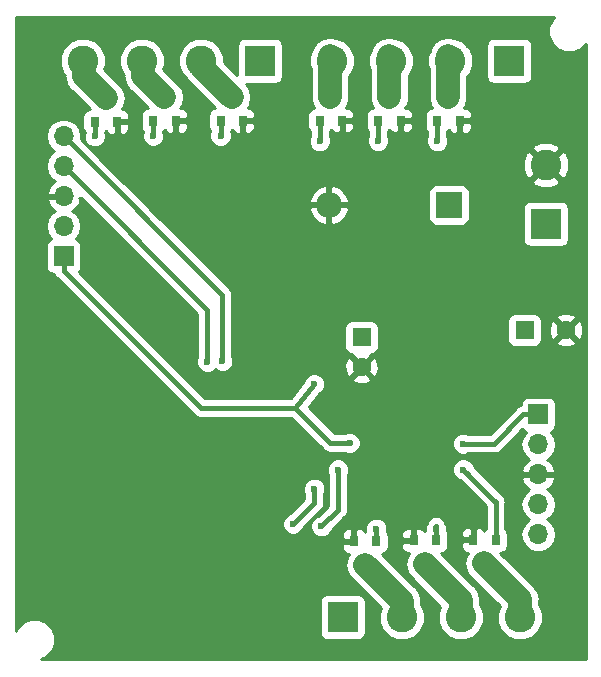
<source format=gbr>
G04 #@! TF.GenerationSoftware,KiCad,Pcbnew,5.0.1*
G04 #@! TF.CreationDate,2019-01-05T16:33:49+01:00*
G04 #@! TF.ProjectId,sensor_board-led,73656E736F725F626F6172642D6C6564,V1.2*
G04 #@! TF.SameCoordinates,Original*
G04 #@! TF.FileFunction,Copper,L2,Bot,Signal*
G04 #@! TF.FilePolarity,Positive*
%FSLAX46Y46*%
G04 Gerber Fmt 4.6, Leading zero omitted, Abs format (unit mm)*
G04 Created by KiCad (PCBNEW 5.0.1) date Sat 05 Jan 2019 04:33:49 PM CET*
%MOMM*%
%LPD*%
G01*
G04 APERTURE LIST*
G04 #@! TA.AperFunction,ComponentPad*
%ADD10C,1.600000*%
G04 #@! TD*
G04 #@! TA.AperFunction,ComponentPad*
%ADD11R,1.600000X1.600000*%
G04 #@! TD*
G04 #@! TA.AperFunction,ComponentPad*
%ADD12O,1.700000X1.700000*%
G04 #@! TD*
G04 #@! TA.AperFunction,ComponentPad*
%ADD13R,1.700000X1.700000*%
G04 #@! TD*
G04 #@! TA.AperFunction,SMDPad,CuDef*
%ADD14R,0.800000X0.900000*%
G04 #@! TD*
G04 #@! TA.AperFunction,ComponentPad*
%ADD15C,2.600000*%
G04 #@! TD*
G04 #@! TA.AperFunction,ComponentPad*
%ADD16R,2.600000X2.600000*%
G04 #@! TD*
G04 #@! TA.AperFunction,ComponentPad*
%ADD17R,2.200000X2.200000*%
G04 #@! TD*
G04 #@! TA.AperFunction,ComponentPad*
%ADD18O,2.200000X2.200000*%
G04 #@! TD*
G04 #@! TA.AperFunction,ViaPad*
%ADD19C,0.600000*%
G04 #@! TD*
G04 #@! TA.AperFunction,Conductor*
%ADD20C,0.400000*%
G04 #@! TD*
G04 #@! TA.AperFunction,Conductor*
%ADD21C,2.000000*%
G04 #@! TD*
G04 #@! TA.AperFunction,Conductor*
%ADD22C,0.254000*%
G04 #@! TD*
G04 APERTURE END LIST*
D10*
G04 #@! TO.P,C1,2*
G04 #@! TO.N,GND*
X73783000Y-49631600D03*
D11*
G04 #@! TO.P,C1,1*
G04 #@! TO.N,+12V*
X70283000Y-49631600D03*
G04 #@! TD*
G04 #@! TO.P,C2,1*
G04 #@! TO.N,+3V3*
X56483000Y-50231600D03*
D10*
G04 #@! TO.P,C2,2*
G04 #@! TO.N,GND*
X56483000Y-52731600D03*
G04 #@! TD*
D12*
G04 #@! TO.P,J3,5*
G04 #@! TO.N,TxD*
X31254700Y-33197800D03*
G04 #@! TO.P,J3,4*
G04 #@! TO.N,RxD*
X31254700Y-35737800D03*
G04 #@! TO.P,J3,3*
G04 #@! TO.N,GND*
X31254700Y-38277800D03*
G04 #@! TO.P,J3,2*
G04 #@! TO.N,N/C*
X31254700Y-40817800D03*
D13*
G04 #@! TO.P,J3,1*
G04 #@! TO.N,+3V3*
X31254700Y-43357800D03*
G04 #@! TD*
G04 #@! TO.P,J4,1*
G04 #@! TO.N,+3V3*
X71437500Y-56769000D03*
D12*
G04 #@! TO.P,J4,2*
G04 #@! TO.N,N/C*
X71437500Y-59309000D03*
G04 #@! TO.P,J4,3*
G04 #@! TO.N,GND*
X71437500Y-61849000D03*
G04 #@! TO.P,J4,4*
G04 #@! TO.N,N/C*
X71437500Y-64389000D03*
G04 #@! TO.P,J4,5*
X71437500Y-66929000D03*
G04 #@! TD*
D14*
G04 #@! TO.P,Q1,3*
G04 #@! TO.N,Net-(J5-Pad2)*
X56781300Y-69483340D03*
G04 #@! TO.P,Q1,2*
G04 #@! TO.N,Net-(Q1-Pad2)*
X57731300Y-67483340D03*
G04 #@! TO.P,Q1,1*
G04 #@! TO.N,GND*
X55831300Y-67483340D03*
G04 #@! TD*
G04 #@! TO.P,Q2,1*
G04 #@! TO.N,GND*
X60881300Y-67433340D03*
G04 #@! TO.P,Q2,2*
G04 #@! TO.N,Net-(Q2-Pad2)*
X62781300Y-67433340D03*
G04 #@! TO.P,Q2,3*
G04 #@! TO.N,Net-(J5-Pad3)*
X61831300Y-69433340D03*
G04 #@! TD*
G04 #@! TO.P,Q3,3*
G04 #@! TO.N,Net-(J5-Pad4)*
X66883000Y-69383340D03*
G04 #@! TO.P,Q3,2*
G04 #@! TO.N,Net-(Q3-Pad2)*
X67833000Y-67383340D03*
G04 #@! TO.P,Q3,1*
G04 #@! TO.N,GND*
X65933000Y-67383340D03*
G04 #@! TD*
G04 #@! TO.P,Q4,3*
G04 #@! TO.N,Net-(J6-Pad2)*
X63842900Y-29911800D03*
G04 #@! TO.P,Q4,2*
G04 #@! TO.N,Net-(Q4-Pad2)*
X62892900Y-31911800D03*
G04 #@! TO.P,Q4,1*
G04 #@! TO.N,GND*
X64792900Y-31911800D03*
G04 #@! TD*
G04 #@! TO.P,Q5,1*
G04 #@! TO.N,GND*
X59784180Y-31881600D03*
G04 #@! TO.P,Q5,2*
G04 #@! TO.N,Net-(Q5-Pad2)*
X57884180Y-31881600D03*
G04 #@! TO.P,Q5,3*
G04 #@! TO.N,Net-(J6-Pad3)*
X58834180Y-29881600D03*
G04 #@! TD*
G04 #@! TO.P,Q6,3*
G04 #@! TO.N,Net-(J6-Pad4)*
X53883000Y-29881320D03*
G04 #@! TO.P,Q6,2*
G04 #@! TO.N,Net-(Q6-Pad2)*
X52933000Y-31881320D03*
G04 #@! TO.P,Q6,1*
G04 #@! TO.N,GND*
X54833000Y-31881320D03*
G04 #@! TD*
D15*
G04 #@! TO.P,J1,2*
G04 #@! TO.N,GND*
X72083000Y-35631600D03*
D16*
G04 #@! TO.P,J1,1*
G04 #@! TO.N,+12V*
X72083000Y-40631600D03*
G04 #@! TD*
G04 #@! TO.P,J5,1*
G04 #@! TO.N,+12V*
X54880900Y-73931600D03*
D15*
G04 #@! TO.P,J5,2*
G04 #@! TO.N,Net-(J5-Pad2)*
X59880900Y-73931600D03*
G04 #@! TO.P,J5,3*
G04 #@! TO.N,Net-(J5-Pad3)*
X64880900Y-73931600D03*
G04 #@! TO.P,J5,4*
G04 #@! TO.N,Net-(J5-Pad4)*
X69880900Y-73931600D03*
G04 #@! TD*
G04 #@! TO.P,J6,4*
G04 #@! TO.N,Net-(J6-Pad4)*
X53983000Y-26831600D03*
G04 #@! TO.P,J6,3*
G04 #@! TO.N,Net-(J6-Pad3)*
X58983000Y-26831600D03*
G04 #@! TO.P,J6,2*
G04 #@! TO.N,Net-(J6-Pad2)*
X63983000Y-26831600D03*
D16*
G04 #@! TO.P,J6,1*
G04 #@! TO.N,+12V*
X68983000Y-26831600D03*
G04 #@! TD*
G04 #@! TO.P,J9,1*
G04 #@! TO.N,+12V*
X47883000Y-26831600D03*
D15*
G04 #@! TO.P,J9,2*
G04 #@! TO.N,Net-(J9-Pad2)*
X42883000Y-26831600D03*
G04 #@! TO.P,J9,3*
G04 #@! TO.N,Net-(J9-Pad3)*
X37883000Y-26831600D03*
G04 #@! TO.P,J9,4*
G04 #@! TO.N,Net-(J9-Pad4)*
X32883000Y-26831600D03*
G04 #@! TD*
D14*
G04 #@! TO.P,Q10,1*
G04 #@! TO.N,GND*
X35798800Y-31998160D03*
G04 #@! TO.P,Q10,2*
G04 #@! TO.N,Net-(Q10-Pad2)*
X33898800Y-31998160D03*
G04 #@! TO.P,Q10,3*
G04 #@! TO.N,Net-(J9-Pad4)*
X34848800Y-29998160D03*
G04 #@! TD*
G04 #@! TO.P,Q11,3*
G04 #@! TO.N,Net-(J9-Pad3)*
X39791640Y-29909260D03*
G04 #@! TO.P,Q11,2*
G04 #@! TO.N,Net-(Q11-Pad2)*
X38841640Y-31909260D03*
G04 #@! TO.P,Q11,1*
G04 #@! TO.N,GND*
X40741640Y-31909260D03*
G04 #@! TD*
G04 #@! TO.P,Q12,1*
G04 #@! TO.N,GND*
X46441600Y-31901540D03*
G04 #@! TO.P,Q12,2*
G04 #@! TO.N,Net-(Q12-Pad2)*
X44541600Y-31901540D03*
G04 #@! TO.P,Q12,3*
G04 #@! TO.N,Net-(J9-Pad2)*
X45491600Y-29901540D03*
G04 #@! TD*
D17*
G04 #@! TO.P,D1,1*
G04 #@! TO.N,Net-(D1-Pad1)*
X63883000Y-39031600D03*
D18*
G04 #@! TO.P,D1,2*
G04 #@! TO.N,GND*
X53723000Y-39031600D03*
G04 #@! TD*
D19*
G04 #@! TO.N,+3V3*
X52470500Y-54181600D03*
X55483000Y-59194100D03*
X65083000Y-59231600D03*
G04 #@! TO.N,Net-(Q1-Pad2)*
X57731300Y-66431600D03*
G04 #@! TO.N,Net-(Q2-Pad2)*
X62781300Y-66431600D03*
G04 #@! TO.N,Net-(Q3-Pad2)*
X65083000Y-61431600D03*
G04 #@! TO.N,Net-(Q4-Pad2)*
X62892900Y-33631600D03*
G04 #@! TO.N,Net-(Q5-Pad2)*
X57883000Y-33631600D03*
G04 #@! TO.N,Net-(Q6-Pad2)*
X52933000Y-33631600D03*
G04 #@! TO.N,Net-(Q10-Pad2)*
X33898800Y-33215800D03*
G04 #@! TO.N,Net-(Q11-Pad2)*
X38841640Y-33190240D03*
G04 #@! TO.N,Net-(Q12-Pad2)*
X44541600Y-33173000D03*
G04 #@! TO.N,TxD*
X44693000Y-52241600D03*
G04 #@! TO.N,RxD*
X43423000Y-52291600D03*
G04 #@! TO.N,Net-(J2-Pad4)*
X53083000Y-66231600D03*
X54483000Y-61431600D03*
G04 #@! TO.N,Net-(J2-Pad3)*
X52483000Y-63056600D03*
X50683000Y-66031600D03*
G04 #@! TD*
D20*
G04 #@! TO.N,+3V3*
X31254700Y-44607800D02*
X42878500Y-56231600D01*
X31254700Y-43357800D02*
X31254700Y-44607800D01*
X42878500Y-56231600D02*
X50883000Y-56231600D01*
X50883000Y-56231600D02*
X52470500Y-54181600D01*
X70187500Y-56769000D02*
X67724900Y-59231600D01*
X71437500Y-56769000D02*
X70187500Y-56769000D01*
X67724900Y-59231600D02*
X65683000Y-59231600D01*
X65683000Y-59231600D02*
X65083000Y-59231600D01*
X65083000Y-59231600D02*
X65083000Y-59231600D01*
X53845500Y-59194100D02*
X50883000Y-56231600D01*
X55483000Y-59194100D02*
X53845500Y-59194100D01*
D21*
G04 #@! TO.N,Net-(J5-Pad4)*
X69880900Y-72432940D02*
X66831300Y-69383340D01*
X69880900Y-73931600D02*
X69880900Y-72432940D01*
G04 #@! TO.N,Net-(J5-Pad3)*
X64880900Y-72482940D02*
X61831300Y-69433340D01*
X64880900Y-73931600D02*
X64880900Y-72482940D01*
G04 #@! TO.N,Net-(J5-Pad2)*
X59922300Y-73666720D02*
X59946440Y-73690860D01*
X59880900Y-72582940D02*
X56781300Y-69483340D01*
X59880900Y-73931600D02*
X59880900Y-72582940D01*
G04 #@! TO.N,Net-(J6-Pad4)*
X53815140Y-26454060D02*
X53826540Y-26442660D01*
X53815140Y-29881600D02*
X53815140Y-26454060D01*
G04 #@! TO.N,Net-(J6-Pad3)*
X58834180Y-26450300D02*
X58826540Y-26442660D01*
X58834180Y-29881600D02*
X58834180Y-26450300D01*
G04 #@! TO.N,Net-(J6-Pad2)*
X63815120Y-26454080D02*
X63826540Y-26442660D01*
X63815120Y-29925760D02*
X63815120Y-26454080D01*
G04 #@! TO.N,Net-(J9-Pad2)*
X42983000Y-27392940D02*
X45491600Y-29901540D01*
X42983000Y-26831600D02*
X42983000Y-27392940D01*
G04 #@! TO.N,Net-(J9-Pad3)*
X37983000Y-28100620D02*
X39791640Y-29909260D01*
X37983000Y-26831600D02*
X37983000Y-28100620D01*
G04 #@! TO.N,Net-(J9-Pad4)*
X32983000Y-28132360D02*
X34848800Y-29998160D01*
X32983000Y-26831600D02*
X32983000Y-28132360D01*
D20*
G04 #@! TO.N,Net-(Q1-Pad2)*
X57731300Y-67483340D02*
X57731300Y-66431600D01*
G04 #@! TO.N,Net-(Q2-Pad2)*
X62781300Y-67433340D02*
X62781300Y-66431600D01*
X62781300Y-66179900D02*
X62781300Y-66179900D01*
X62781300Y-66179900D02*
X62781300Y-66179900D01*
X62781300Y-66431600D02*
X62781300Y-66179900D01*
G04 #@! TO.N,Net-(Q3-Pad2)*
X65483000Y-61831600D02*
X65083000Y-61431600D01*
X67633000Y-63981600D02*
X65083000Y-61431600D01*
X67833000Y-64181600D02*
X67633000Y-63981600D01*
X67833000Y-67383340D02*
X67833000Y-64181600D01*
G04 #@! TO.N,Net-(Q4-Pad2)*
X62892900Y-31911800D02*
X62892900Y-33631600D01*
G04 #@! TO.N,Net-(Q5-Pad2)*
X57884180Y-33630420D02*
X57883000Y-33631600D01*
X57884180Y-31881600D02*
X57884180Y-33630420D01*
G04 #@! TO.N,Net-(Q6-Pad2)*
X52933000Y-31881320D02*
X52933000Y-33181600D01*
X52933000Y-31881320D02*
X52933000Y-33181600D01*
X52933000Y-31881320D02*
X52933000Y-33631600D01*
G04 #@! TO.N,Net-(Q10-Pad2)*
X33898800Y-31998160D02*
X33898800Y-33215800D01*
X33898800Y-33215800D02*
X33898800Y-33215800D01*
X33898800Y-33215800D02*
X33898800Y-33215800D01*
G04 #@! TO.N,Net-(Q11-Pad2)*
X38841640Y-31909260D02*
X38841640Y-33190240D01*
X38841640Y-33190240D02*
X38841640Y-33190240D01*
G04 #@! TO.N,Net-(Q12-Pad2)*
X44541600Y-31901540D02*
X44541600Y-33173000D01*
X44541600Y-33173000D02*
X44541600Y-33173000D01*
G04 #@! TO.N,TxD*
X44693000Y-46636100D02*
X31254700Y-33197800D01*
X44693000Y-52241600D02*
X44693000Y-46636100D01*
G04 #@! TO.N,RxD*
X43423000Y-47906100D02*
X43423000Y-52291600D01*
X31254700Y-35737800D02*
X43423000Y-47906100D01*
G04 #@! TO.N,Net-(J2-Pad4)*
X54483000Y-64831600D02*
X53083000Y-66231600D01*
X54483000Y-61431600D02*
X54483000Y-64831600D01*
G04 #@! TO.N,Net-(J2-Pad3)*
X52483000Y-63056600D02*
X52483000Y-64231600D01*
X52483000Y-64231600D02*
X50683000Y-66031600D01*
G04 #@! TD*
D22*
G04 #@! TO.N,GND*
G36*
X72570138Y-23350401D02*
X72306000Y-23988087D01*
X72306000Y-24678313D01*
X72570138Y-25315999D01*
X73058201Y-25804062D01*
X73695887Y-26068200D01*
X74386113Y-26068200D01*
X75023799Y-25804062D01*
X75456000Y-25371861D01*
X75456000Y-77504600D01*
X29303896Y-77504600D01*
X29760999Y-77315262D01*
X30249062Y-76827199D01*
X30513200Y-76189513D01*
X30513200Y-75499287D01*
X30249062Y-74861601D01*
X29760999Y-74373538D01*
X29123313Y-74109400D01*
X28433087Y-74109400D01*
X27795401Y-74373538D01*
X27307338Y-74861601D01*
X27210000Y-75096596D01*
X27210000Y-72631600D01*
X52933460Y-72631600D01*
X52933460Y-75231600D01*
X52982743Y-75479365D01*
X53123091Y-75689409D01*
X53333135Y-75829757D01*
X53580900Y-75879040D01*
X56180900Y-75879040D01*
X56428665Y-75829757D01*
X56638709Y-75689409D01*
X56779057Y-75479365D01*
X56828340Y-75231600D01*
X56828340Y-72631600D01*
X56779057Y-72383835D01*
X56638709Y-72173791D01*
X56428665Y-72033443D01*
X56180900Y-71984160D01*
X53580900Y-71984160D01*
X53333135Y-72033443D01*
X53123091Y-72173791D01*
X52982743Y-72383835D01*
X52933460Y-72631600D01*
X27210000Y-72631600D01*
X27210000Y-67769090D01*
X54796300Y-67769090D01*
X54796300Y-68059649D01*
X54892973Y-68293038D01*
X55071601Y-68471667D01*
X55304990Y-68568340D01*
X55426288Y-68568340D01*
X55241165Y-68845395D01*
X55114269Y-69483340D01*
X55241165Y-70121285D01*
X55511315Y-70525593D01*
X58117689Y-73131968D01*
X57945900Y-73546705D01*
X57945900Y-74316495D01*
X58240486Y-75027690D01*
X58784810Y-75572014D01*
X59496005Y-75866600D01*
X60265795Y-75866600D01*
X60976990Y-75572014D01*
X61521314Y-75027690D01*
X61815900Y-74316495D01*
X61815900Y-73546705D01*
X61521314Y-72835510D01*
X61515900Y-72830096D01*
X61515900Y-72743965D01*
X61547930Y-72582939D01*
X61515900Y-72421913D01*
X61515900Y-72421909D01*
X61421036Y-71944995D01*
X61059669Y-71404171D01*
X60923153Y-71312954D01*
X58181077Y-68570879D01*
X58379065Y-68531497D01*
X58589109Y-68391149D01*
X58729457Y-68181105D01*
X58778740Y-67933340D01*
X58778740Y-67719090D01*
X59846300Y-67719090D01*
X59846300Y-68009649D01*
X59942973Y-68243038D01*
X60121601Y-68421667D01*
X60354990Y-68518340D01*
X60476288Y-68518340D01*
X60291165Y-68795395D01*
X60164269Y-69433340D01*
X60291165Y-70071285D01*
X60561315Y-70475593D01*
X63146979Y-73061257D01*
X62945900Y-73546705D01*
X62945900Y-74316495D01*
X63240486Y-75027690D01*
X63784810Y-75572014D01*
X64496005Y-75866600D01*
X65265795Y-75866600D01*
X65976990Y-75572014D01*
X66521314Y-75027690D01*
X66815900Y-74316495D01*
X66815900Y-73546705D01*
X66521314Y-72835510D01*
X66515900Y-72830096D01*
X66515900Y-72643971D01*
X66547931Y-72482940D01*
X66421036Y-71844994D01*
X66150885Y-71440686D01*
X66059669Y-71304171D01*
X65923153Y-71212954D01*
X63231077Y-68520879D01*
X63429065Y-68481497D01*
X63639109Y-68341149D01*
X63779457Y-68131105D01*
X63828740Y-67883340D01*
X63828740Y-66983340D01*
X63793671Y-66807031D01*
X64898000Y-66807031D01*
X64898000Y-67097590D01*
X65056750Y-67256340D01*
X65806000Y-67256340D01*
X65806000Y-66457090D01*
X65647250Y-66298340D01*
X65406690Y-66298340D01*
X65173301Y-66395013D01*
X64994673Y-66573642D01*
X64898000Y-66807031D01*
X63793671Y-66807031D01*
X63779457Y-66735575D01*
X63710298Y-66632072D01*
X63716300Y-66617583D01*
X63716300Y-66245617D01*
X63580531Y-65917841D01*
X63567852Y-65854099D01*
X63383301Y-65577899D01*
X63107101Y-65393348D01*
X62863537Y-65344900D01*
X62781300Y-65328542D01*
X62699063Y-65344900D01*
X62455499Y-65393348D01*
X62179299Y-65577899D01*
X61994748Y-65854099D01*
X61982069Y-65917841D01*
X61846300Y-66245617D01*
X61846300Y-66617583D01*
X61852302Y-66632072D01*
X61834287Y-66659034D01*
X61819627Y-66623642D01*
X61640999Y-66445013D01*
X61407610Y-66348340D01*
X61167050Y-66348340D01*
X61008300Y-66507090D01*
X61008300Y-67306340D01*
X61028300Y-67306340D01*
X61028300Y-67560340D01*
X61008300Y-67560340D01*
X61008300Y-67580340D01*
X60754300Y-67580340D01*
X60754300Y-67560340D01*
X60005050Y-67560340D01*
X59846300Y-67719090D01*
X58778740Y-67719090D01*
X58778740Y-67033340D01*
X58743671Y-66857031D01*
X59846300Y-66857031D01*
X59846300Y-67147590D01*
X60005050Y-67306340D01*
X60754300Y-67306340D01*
X60754300Y-66507090D01*
X60595550Y-66348340D01*
X60354990Y-66348340D01*
X60121601Y-66445013D01*
X59942973Y-66623642D01*
X59846300Y-66857031D01*
X58743671Y-66857031D01*
X58729457Y-66785575D01*
X58647513Y-66662938D01*
X58666300Y-66617583D01*
X58666300Y-66245617D01*
X58523955Y-65901965D01*
X58260935Y-65638945D01*
X57917283Y-65496600D01*
X57545317Y-65496600D01*
X57201665Y-65638945D01*
X56938645Y-65901965D01*
X56796300Y-66245617D01*
X56796300Y-66617583D01*
X56815087Y-66662938D01*
X56784287Y-66709034D01*
X56769627Y-66673642D01*
X56590999Y-66495013D01*
X56357610Y-66398340D01*
X56117050Y-66398340D01*
X55958300Y-66557090D01*
X55958300Y-67356340D01*
X55978300Y-67356340D01*
X55978300Y-67610340D01*
X55958300Y-67610340D01*
X55958300Y-67630340D01*
X55704300Y-67630340D01*
X55704300Y-67610340D01*
X54955050Y-67610340D01*
X54796300Y-67769090D01*
X27210000Y-67769090D01*
X27210000Y-65845617D01*
X49748000Y-65845617D01*
X49748000Y-66217583D01*
X49890345Y-66561235D01*
X50153365Y-66824255D01*
X50497017Y-66966600D01*
X50868983Y-66966600D01*
X51212635Y-66824255D01*
X51475655Y-66561235D01*
X51575656Y-66319812D01*
X51849851Y-66045617D01*
X52148000Y-66045617D01*
X52148000Y-66417583D01*
X52290345Y-66761235D01*
X52553365Y-67024255D01*
X52897017Y-67166600D01*
X53268983Y-67166600D01*
X53612635Y-67024255D01*
X53729859Y-66907031D01*
X54796300Y-66907031D01*
X54796300Y-67197590D01*
X54955050Y-67356340D01*
X55704300Y-67356340D01*
X55704300Y-66557090D01*
X55545550Y-66398340D01*
X55304990Y-66398340D01*
X55071601Y-66495013D01*
X54892973Y-66673642D01*
X54796300Y-66907031D01*
X53729859Y-66907031D01*
X53875655Y-66761235D01*
X53975656Y-66519812D01*
X55015282Y-65480185D01*
X55085001Y-65433601D01*
X55269552Y-65157401D01*
X55318000Y-64913837D01*
X55318000Y-64913833D01*
X55334357Y-64831600D01*
X55318000Y-64749367D01*
X55318000Y-61859005D01*
X55418000Y-61617583D01*
X55418000Y-61245617D01*
X64148000Y-61245617D01*
X64148000Y-61617583D01*
X64290345Y-61961235D01*
X64553365Y-62224255D01*
X64794788Y-62324255D01*
X64950716Y-62480184D01*
X66998001Y-64527469D01*
X66998000Y-66460290D01*
X66975191Y-66475531D01*
X66885987Y-66609034D01*
X66871327Y-66573642D01*
X66692699Y-66395013D01*
X66459310Y-66298340D01*
X66218750Y-66298340D01*
X66060000Y-66457090D01*
X66060000Y-67256340D01*
X66080000Y-67256340D01*
X66080000Y-67510340D01*
X66060000Y-67510340D01*
X66060000Y-67530340D01*
X65806000Y-67530340D01*
X65806000Y-67510340D01*
X65056750Y-67510340D01*
X64898000Y-67669090D01*
X64898000Y-67959649D01*
X64994673Y-68193038D01*
X65173301Y-68371667D01*
X65406690Y-68468340D01*
X65476288Y-68468340D01*
X65291165Y-68745395D01*
X65164269Y-69383340D01*
X65291165Y-70021285D01*
X65561315Y-70425593D01*
X68161623Y-73025902D01*
X67945900Y-73546705D01*
X67945900Y-74316495D01*
X68240486Y-75027690D01*
X68784810Y-75572014D01*
X69496005Y-75866600D01*
X70265795Y-75866600D01*
X70976990Y-75572014D01*
X71521314Y-75027690D01*
X71815900Y-74316495D01*
X71815900Y-73546705D01*
X71521314Y-72835510D01*
X71515900Y-72830096D01*
X71515900Y-72593971D01*
X71547931Y-72432940D01*
X71421036Y-71794994D01*
X71184294Y-71440686D01*
X71059669Y-71254171D01*
X70923153Y-71162954D01*
X68239654Y-68479456D01*
X68480765Y-68431497D01*
X68690809Y-68291149D01*
X68831157Y-68081105D01*
X68880440Y-67833340D01*
X68880440Y-66933340D01*
X68831157Y-66685575D01*
X68690809Y-66475531D01*
X68668000Y-66460290D01*
X68668000Y-64389000D01*
X69923408Y-64389000D01*
X70038661Y-64968418D01*
X70366875Y-65459625D01*
X70665261Y-65659000D01*
X70366875Y-65858375D01*
X70038661Y-66349582D01*
X69923408Y-66929000D01*
X70038661Y-67508418D01*
X70366875Y-67999625D01*
X70858082Y-68327839D01*
X71291244Y-68414000D01*
X71583756Y-68414000D01*
X72016918Y-68327839D01*
X72508125Y-67999625D01*
X72836339Y-67508418D01*
X72951592Y-66929000D01*
X72836339Y-66349582D01*
X72508125Y-65858375D01*
X72209739Y-65659000D01*
X72508125Y-65459625D01*
X72836339Y-64968418D01*
X72951592Y-64389000D01*
X72836339Y-63809582D01*
X72508125Y-63318375D01*
X72189022Y-63105157D01*
X72318858Y-63044183D01*
X72709145Y-62615924D01*
X72878976Y-62205890D01*
X72757655Y-61976000D01*
X71564500Y-61976000D01*
X71564500Y-61996000D01*
X71310500Y-61996000D01*
X71310500Y-61976000D01*
X70117345Y-61976000D01*
X69996024Y-62205890D01*
X70165855Y-62615924D01*
X70556142Y-63044183D01*
X70685978Y-63105157D01*
X70366875Y-63318375D01*
X70038661Y-63809582D01*
X69923408Y-64389000D01*
X68668000Y-64389000D01*
X68668000Y-64263837D01*
X68684358Y-64181600D01*
X68657196Y-64045048D01*
X68619552Y-63855799D01*
X68435001Y-63579599D01*
X68365280Y-63533013D01*
X68281586Y-63449319D01*
X68281584Y-63449316D01*
X66131584Y-61299316D01*
X65975655Y-61143388D01*
X65875655Y-60901965D01*
X65612635Y-60638945D01*
X65268983Y-60496600D01*
X64897017Y-60496600D01*
X64553365Y-60638945D01*
X64290345Y-60901965D01*
X64148000Y-61245617D01*
X55418000Y-61245617D01*
X55275655Y-60901965D01*
X55012635Y-60638945D01*
X54668983Y-60496600D01*
X54297017Y-60496600D01*
X53953365Y-60638945D01*
X53690345Y-60901965D01*
X53548000Y-61245617D01*
X53548000Y-61617583D01*
X53648000Y-61859005D01*
X53648001Y-64485731D01*
X52794788Y-65338944D01*
X52553365Y-65438945D01*
X52290345Y-65701965D01*
X52148000Y-66045617D01*
X51849851Y-66045617D01*
X53015285Y-64880184D01*
X53085001Y-64833601D01*
X53269552Y-64557401D01*
X53318000Y-64313837D01*
X53318000Y-64313834D01*
X53334357Y-64231601D01*
X53318000Y-64149368D01*
X53318000Y-63484005D01*
X53418000Y-63242583D01*
X53418000Y-62870617D01*
X53275655Y-62526965D01*
X53012635Y-62263945D01*
X52668983Y-62121600D01*
X52297017Y-62121600D01*
X51953365Y-62263945D01*
X51690345Y-62526965D01*
X51548000Y-62870617D01*
X51548000Y-63242583D01*
X51648000Y-63484006D01*
X51648001Y-63885731D01*
X50394788Y-65138944D01*
X50153365Y-65238945D01*
X49890345Y-65501965D01*
X49748000Y-65845617D01*
X27210000Y-65845617D01*
X27210000Y-33197800D01*
X29740608Y-33197800D01*
X29855861Y-33777218D01*
X30184075Y-34268425D01*
X30482461Y-34467800D01*
X30184075Y-34667175D01*
X29855861Y-35158382D01*
X29740608Y-35737800D01*
X29855861Y-36317218D01*
X30184075Y-36808425D01*
X30503178Y-37021643D01*
X30373342Y-37082617D01*
X29983055Y-37510876D01*
X29813224Y-37920910D01*
X29934545Y-38150800D01*
X31127700Y-38150800D01*
X31127700Y-38130800D01*
X31381700Y-38130800D01*
X31381700Y-38150800D01*
X31401700Y-38150800D01*
X31401700Y-38404800D01*
X31381700Y-38404800D01*
X31381700Y-38424800D01*
X31127700Y-38424800D01*
X31127700Y-38404800D01*
X29934545Y-38404800D01*
X29813224Y-38634690D01*
X29983055Y-39044724D01*
X30373342Y-39472983D01*
X30503178Y-39533957D01*
X30184075Y-39747175D01*
X29855861Y-40238382D01*
X29740608Y-40817800D01*
X29855861Y-41397218D01*
X30184075Y-41888425D01*
X30202319Y-41900616D01*
X30156935Y-41909643D01*
X29946891Y-42049991D01*
X29806543Y-42260035D01*
X29757260Y-42507800D01*
X29757260Y-44207800D01*
X29806543Y-44455565D01*
X29946891Y-44665609D01*
X30156935Y-44805957D01*
X30404700Y-44855240D01*
X30452561Y-44855240D01*
X30468148Y-44933600D01*
X30468149Y-44933601D01*
X30652700Y-45209801D01*
X30722418Y-45256385D01*
X42229915Y-56763883D01*
X42276499Y-56833601D01*
X42552699Y-57018152D01*
X42796263Y-57066600D01*
X42878500Y-57082958D01*
X42960737Y-57066600D01*
X50537133Y-57066600D01*
X53196915Y-59726383D01*
X53243499Y-59796101D01*
X53519699Y-59980652D01*
X53763263Y-60029100D01*
X53845500Y-60045458D01*
X53927737Y-60029100D01*
X55055595Y-60029100D01*
X55297017Y-60129100D01*
X55668983Y-60129100D01*
X56012635Y-59986755D01*
X56275655Y-59723735D01*
X56418000Y-59380083D01*
X56418000Y-59045617D01*
X64148000Y-59045617D01*
X64148000Y-59417583D01*
X64290345Y-59761235D01*
X64553365Y-60024255D01*
X64897017Y-60166600D01*
X65268983Y-60166600D01*
X65510405Y-60066600D01*
X67642667Y-60066600D01*
X67724900Y-60082957D01*
X67807133Y-60066600D01*
X67807137Y-60066600D01*
X68050701Y-60018152D01*
X68326901Y-59833601D01*
X68373487Y-59763880D01*
X70102001Y-58035368D01*
X70129691Y-58076809D01*
X70339735Y-58217157D01*
X70385119Y-58226184D01*
X70366875Y-58238375D01*
X70038661Y-58729582D01*
X69923408Y-59309000D01*
X70038661Y-59888418D01*
X70366875Y-60379625D01*
X70685978Y-60592843D01*
X70556142Y-60653817D01*
X70165855Y-61082076D01*
X69996024Y-61492110D01*
X70117345Y-61722000D01*
X71310500Y-61722000D01*
X71310500Y-61702000D01*
X71564500Y-61702000D01*
X71564500Y-61722000D01*
X72757655Y-61722000D01*
X72878976Y-61492110D01*
X72709145Y-61082076D01*
X72318858Y-60653817D01*
X72189022Y-60592843D01*
X72508125Y-60379625D01*
X72836339Y-59888418D01*
X72951592Y-59309000D01*
X72836339Y-58729582D01*
X72508125Y-58238375D01*
X72489881Y-58226184D01*
X72535265Y-58217157D01*
X72745309Y-58076809D01*
X72885657Y-57866765D01*
X72934940Y-57619000D01*
X72934940Y-55919000D01*
X72885657Y-55671235D01*
X72745309Y-55461191D01*
X72535265Y-55320843D01*
X72287500Y-55271560D01*
X70587500Y-55271560D01*
X70339735Y-55320843D01*
X70129691Y-55461191D01*
X69989343Y-55671235D01*
X69940060Y-55919000D01*
X69940060Y-55966861D01*
X69861699Y-55982448D01*
X69585499Y-56166999D01*
X69538917Y-56236715D01*
X67379033Y-58396600D01*
X65510405Y-58396600D01*
X65268983Y-58296600D01*
X64897017Y-58296600D01*
X64553365Y-58438945D01*
X64290345Y-58701965D01*
X64148000Y-59045617D01*
X56418000Y-59045617D01*
X56418000Y-59008117D01*
X56275655Y-58664465D01*
X56012635Y-58401445D01*
X55668983Y-58259100D01*
X55297017Y-58259100D01*
X55055595Y-58359100D01*
X54191368Y-58359100D01*
X51993549Y-56161281D01*
X52871513Y-55027532D01*
X53000135Y-54974255D01*
X53263155Y-54711235D01*
X53405500Y-54367583D01*
X53405500Y-53995617D01*
X53299349Y-53739345D01*
X55654861Y-53739345D01*
X55728995Y-53985464D01*
X56266223Y-54178565D01*
X56836454Y-54151378D01*
X57237005Y-53985464D01*
X57311139Y-53739345D01*
X56483000Y-52911205D01*
X55654861Y-53739345D01*
X53299349Y-53739345D01*
X53263155Y-53651965D01*
X53000135Y-53388945D01*
X52656483Y-53246600D01*
X52284517Y-53246600D01*
X51940865Y-53388945D01*
X51677845Y-53651965D01*
X51535500Y-53995617D01*
X51535500Y-54025226D01*
X50473521Y-55396600D01*
X43224368Y-55396600D01*
X32521067Y-44693300D01*
X32562509Y-44665609D01*
X32702857Y-44455565D01*
X32752140Y-44207800D01*
X32752140Y-42507800D01*
X32702857Y-42260035D01*
X32562509Y-42049991D01*
X32352465Y-41909643D01*
X32307081Y-41900616D01*
X32325325Y-41888425D01*
X32653539Y-41397218D01*
X32768792Y-40817800D01*
X32653539Y-40238382D01*
X32325325Y-39747175D01*
X32006222Y-39533957D01*
X32136058Y-39472983D01*
X32526345Y-39044724D01*
X32696176Y-38634690D01*
X32574856Y-38404802D01*
X32739700Y-38404802D01*
X32739700Y-38403667D01*
X42588000Y-48251968D01*
X42588001Y-51864193D01*
X42488000Y-52105617D01*
X42488000Y-52477583D01*
X42630345Y-52821235D01*
X42893365Y-53084255D01*
X43237017Y-53226600D01*
X43608983Y-53226600D01*
X43952635Y-53084255D01*
X44083000Y-52953890D01*
X44163365Y-53034255D01*
X44507017Y-53176600D01*
X44878983Y-53176600D01*
X45222635Y-53034255D01*
X45485655Y-52771235D01*
X45591864Y-52514823D01*
X55036035Y-52514823D01*
X55063222Y-53085054D01*
X55229136Y-53485605D01*
X55475255Y-53559739D01*
X56303395Y-52731600D01*
X56662605Y-52731600D01*
X57490745Y-53559739D01*
X57736864Y-53485605D01*
X57929965Y-52948377D01*
X57902778Y-52378146D01*
X57736864Y-51977595D01*
X57490745Y-51903461D01*
X56662605Y-52731600D01*
X56303395Y-52731600D01*
X55475255Y-51903461D01*
X55229136Y-51977595D01*
X55036035Y-52514823D01*
X45591864Y-52514823D01*
X45628000Y-52427583D01*
X45628000Y-52055617D01*
X45528000Y-51814195D01*
X45528000Y-49431600D01*
X55035560Y-49431600D01*
X55035560Y-51031600D01*
X55084843Y-51279365D01*
X55225191Y-51489409D01*
X55435235Y-51629757D01*
X55669187Y-51676293D01*
X55654861Y-51723855D01*
X56483000Y-52551995D01*
X57311139Y-51723855D01*
X57296813Y-51676293D01*
X57530765Y-51629757D01*
X57740809Y-51489409D01*
X57881157Y-51279365D01*
X57930440Y-51031600D01*
X57930440Y-49431600D01*
X57881157Y-49183835D01*
X57740809Y-48973791D01*
X57530765Y-48833443D01*
X57521500Y-48831600D01*
X68835560Y-48831600D01*
X68835560Y-50431600D01*
X68884843Y-50679365D01*
X69025191Y-50889409D01*
X69235235Y-51029757D01*
X69483000Y-51079040D01*
X71083000Y-51079040D01*
X71330765Y-51029757D01*
X71540809Y-50889409D01*
X71681157Y-50679365D01*
X71689117Y-50639345D01*
X72954861Y-50639345D01*
X73028995Y-50885464D01*
X73566223Y-51078565D01*
X74136454Y-51051378D01*
X74537005Y-50885464D01*
X74611139Y-50639345D01*
X73783000Y-49811205D01*
X72954861Y-50639345D01*
X71689117Y-50639345D01*
X71730440Y-50431600D01*
X71730440Y-49414823D01*
X72336035Y-49414823D01*
X72363222Y-49985054D01*
X72529136Y-50385605D01*
X72775255Y-50459739D01*
X73603395Y-49631600D01*
X73962605Y-49631600D01*
X74790745Y-50459739D01*
X75036864Y-50385605D01*
X75229965Y-49848377D01*
X75202778Y-49278146D01*
X75036864Y-48877595D01*
X74790745Y-48803461D01*
X73962605Y-49631600D01*
X73603395Y-49631600D01*
X72775255Y-48803461D01*
X72529136Y-48877595D01*
X72336035Y-49414823D01*
X71730440Y-49414823D01*
X71730440Y-48831600D01*
X71689118Y-48623855D01*
X72954861Y-48623855D01*
X73783000Y-49451995D01*
X74611139Y-48623855D01*
X74537005Y-48377736D01*
X73999777Y-48184635D01*
X73429546Y-48211822D01*
X73028995Y-48377736D01*
X72954861Y-48623855D01*
X71689118Y-48623855D01*
X71681157Y-48583835D01*
X71540809Y-48373791D01*
X71330765Y-48233443D01*
X71083000Y-48184160D01*
X69483000Y-48184160D01*
X69235235Y-48233443D01*
X69025191Y-48373791D01*
X68884843Y-48583835D01*
X68835560Y-48831600D01*
X57521500Y-48831600D01*
X57283000Y-48784160D01*
X55683000Y-48784160D01*
X55435235Y-48833443D01*
X55225191Y-48973791D01*
X55084843Y-49183835D01*
X55035560Y-49431600D01*
X45528000Y-49431600D01*
X45528000Y-46718332D01*
X45544357Y-46636099D01*
X45528000Y-46553866D01*
X45528000Y-46553863D01*
X45479552Y-46310299D01*
X45295001Y-46034099D01*
X45225283Y-45987515D01*
X38665490Y-39427722D01*
X52033825Y-39427722D01*
X52248466Y-39945932D01*
X52710608Y-40440612D01*
X53326877Y-40720783D01*
X53596000Y-40603204D01*
X53596000Y-39158600D01*
X53850000Y-39158600D01*
X53850000Y-40603204D01*
X54119123Y-40720783D01*
X54735392Y-40440612D01*
X55197534Y-39945932D01*
X55412175Y-39427722D01*
X55294125Y-39158600D01*
X53850000Y-39158600D01*
X53596000Y-39158600D01*
X52151875Y-39158600D01*
X52033825Y-39427722D01*
X38665490Y-39427722D01*
X37873246Y-38635478D01*
X52033825Y-38635478D01*
X52151875Y-38904600D01*
X53596000Y-38904600D01*
X53596000Y-37459996D01*
X53850000Y-37459996D01*
X53850000Y-38904600D01*
X55294125Y-38904600D01*
X55412175Y-38635478D01*
X55197534Y-38117268D01*
X55024079Y-37931600D01*
X62135560Y-37931600D01*
X62135560Y-40131600D01*
X62184843Y-40379365D01*
X62325191Y-40589409D01*
X62535235Y-40729757D01*
X62783000Y-40779040D01*
X64983000Y-40779040D01*
X65230765Y-40729757D01*
X65440809Y-40589409D01*
X65581157Y-40379365D01*
X65630440Y-40131600D01*
X65630440Y-39331600D01*
X70135560Y-39331600D01*
X70135560Y-41931600D01*
X70184843Y-42179365D01*
X70325191Y-42389409D01*
X70535235Y-42529757D01*
X70783000Y-42579040D01*
X73383000Y-42579040D01*
X73630765Y-42529757D01*
X73840809Y-42389409D01*
X73981157Y-42179365D01*
X74030440Y-41931600D01*
X74030440Y-39331600D01*
X73981157Y-39083835D01*
X73840809Y-38873791D01*
X73630765Y-38733443D01*
X73383000Y-38684160D01*
X70783000Y-38684160D01*
X70535235Y-38733443D01*
X70325191Y-38873791D01*
X70184843Y-39083835D01*
X70135560Y-39331600D01*
X65630440Y-39331600D01*
X65630440Y-37931600D01*
X65581157Y-37683835D01*
X65440809Y-37473791D01*
X65230765Y-37333443D01*
X64983000Y-37284160D01*
X62783000Y-37284160D01*
X62535235Y-37333443D01*
X62325191Y-37473791D01*
X62184843Y-37683835D01*
X62135560Y-37931600D01*
X55024079Y-37931600D01*
X54735392Y-37622588D01*
X54119123Y-37342417D01*
X53850000Y-37459996D01*
X53596000Y-37459996D01*
X53326877Y-37342417D01*
X52710608Y-37622588D01*
X52248466Y-38117268D01*
X52033825Y-38635478D01*
X37873246Y-38635478D01*
X36238827Y-37001059D01*
X70893146Y-37001059D01*
X71028504Y-37299055D01*
X71746880Y-37575666D01*
X72516427Y-37556310D01*
X73137496Y-37299055D01*
X73272854Y-37001059D01*
X72083000Y-35811205D01*
X70893146Y-37001059D01*
X36238827Y-37001059D01*
X34533248Y-35295480D01*
X70138934Y-35295480D01*
X70158290Y-36065027D01*
X70415545Y-36686096D01*
X70713541Y-36821454D01*
X71903395Y-35631600D01*
X72262605Y-35631600D01*
X73452459Y-36821454D01*
X73750455Y-36686096D01*
X74027066Y-35967720D01*
X74007710Y-35198173D01*
X73750455Y-34577104D01*
X73452459Y-34441746D01*
X72262605Y-35631600D01*
X71903395Y-35631600D01*
X70713541Y-34441746D01*
X70415545Y-34577104D01*
X70138934Y-35295480D01*
X34533248Y-35295480D01*
X32713507Y-33475740D01*
X32768792Y-33197800D01*
X32653539Y-32618382D01*
X32325325Y-32127175D01*
X31834118Y-31798961D01*
X31400956Y-31712800D01*
X31108444Y-31712800D01*
X30675282Y-31798961D01*
X30184075Y-32127175D01*
X29855861Y-32618382D01*
X29740608Y-33197800D01*
X27210000Y-33197800D01*
X27210000Y-26446705D01*
X30948000Y-26446705D01*
X30948000Y-27216495D01*
X31242586Y-27927690D01*
X31337751Y-28022855D01*
X31315969Y-28132360D01*
X31348000Y-28293390D01*
X31348000Y-28293391D01*
X31442865Y-28770305D01*
X31804232Y-29311129D01*
X31940748Y-29402346D01*
X33449022Y-30910621D01*
X33251035Y-30950003D01*
X33040991Y-31090351D01*
X32900643Y-31300395D01*
X32851360Y-31548160D01*
X32851360Y-32448160D01*
X32900643Y-32695925D01*
X33025008Y-32882048D01*
X32963800Y-33029817D01*
X32963800Y-33401783D01*
X33106145Y-33745435D01*
X33369165Y-34008455D01*
X33712817Y-34150800D01*
X34084783Y-34150800D01*
X34428435Y-34008455D01*
X34691455Y-33745435D01*
X34833800Y-33401783D01*
X34833800Y-33029817D01*
X34772592Y-32882048D01*
X34845813Y-32772466D01*
X34860473Y-32807858D01*
X35039101Y-32986487D01*
X35272490Y-33083160D01*
X35513050Y-33083160D01*
X35671800Y-32924410D01*
X35671800Y-32125160D01*
X35925800Y-32125160D01*
X35925800Y-32924410D01*
X36084550Y-33083160D01*
X36325110Y-33083160D01*
X36558499Y-32986487D01*
X36737127Y-32807858D01*
X36833800Y-32574469D01*
X36833800Y-32283910D01*
X36675050Y-32125160D01*
X35925800Y-32125160D01*
X35671800Y-32125160D01*
X35651800Y-32125160D01*
X35651800Y-31871160D01*
X35671800Y-31871160D01*
X35671800Y-31851160D01*
X35925800Y-31851160D01*
X35925800Y-31871160D01*
X36675050Y-31871160D01*
X36833800Y-31712410D01*
X36833800Y-31421851D01*
X36737127Y-31188462D01*
X36558499Y-31009833D01*
X36325110Y-30913160D01*
X36203814Y-30913160D01*
X36388936Y-30636105D01*
X36515831Y-29998160D01*
X36388936Y-29360214D01*
X36118785Y-28955906D01*
X34689529Y-27526651D01*
X34818000Y-27216495D01*
X34818000Y-26446705D01*
X35948000Y-26446705D01*
X35948000Y-27216495D01*
X36242586Y-27927690D01*
X36332485Y-28017589D01*
X36315969Y-28100620D01*
X36348000Y-28261650D01*
X36348000Y-28261651D01*
X36442865Y-28738565D01*
X36804232Y-29279389D01*
X36940748Y-29370606D01*
X38391862Y-30821721D01*
X38193875Y-30861103D01*
X37983831Y-31001451D01*
X37843483Y-31211495D01*
X37794200Y-31459260D01*
X37794200Y-32359260D01*
X37843483Y-32607025D01*
X37983831Y-32817069D01*
X37984101Y-32817249D01*
X37906640Y-33004257D01*
X37906640Y-33376223D01*
X38048985Y-33719875D01*
X38312005Y-33982895D01*
X38655657Y-34125240D01*
X39027623Y-34125240D01*
X39371275Y-33982895D01*
X39634295Y-33719875D01*
X39776640Y-33376223D01*
X39776640Y-33004257D01*
X39699179Y-32817249D01*
X39699449Y-32817069D01*
X39788653Y-32683566D01*
X39803313Y-32718958D01*
X39981941Y-32897587D01*
X40215330Y-32994260D01*
X40455890Y-32994260D01*
X40614640Y-32835510D01*
X40614640Y-32036260D01*
X40868640Y-32036260D01*
X40868640Y-32835510D01*
X41027390Y-32994260D01*
X41267950Y-32994260D01*
X41501339Y-32897587D01*
X41679967Y-32718958D01*
X41776640Y-32485569D01*
X41776640Y-32195010D01*
X41617890Y-32036260D01*
X40868640Y-32036260D01*
X40614640Y-32036260D01*
X40594640Y-32036260D01*
X40594640Y-31782260D01*
X40614640Y-31782260D01*
X40614640Y-31762260D01*
X40868640Y-31762260D01*
X40868640Y-31782260D01*
X41617890Y-31782260D01*
X41776640Y-31623510D01*
X41776640Y-31332951D01*
X41679967Y-31099562D01*
X41501339Y-30920933D01*
X41267950Y-30824260D01*
X41146652Y-30824260D01*
X41331775Y-30547205D01*
X41458670Y-29909259D01*
X41331775Y-29271314D01*
X41061625Y-28867006D01*
X39698826Y-27504207D01*
X39818000Y-27216495D01*
X39818000Y-26446705D01*
X40948000Y-26446705D01*
X40948000Y-27216495D01*
X41242586Y-27927690D01*
X41638357Y-28323461D01*
X41804231Y-28571709D01*
X41940749Y-28662928D01*
X44091822Y-30814001D01*
X43893835Y-30853383D01*
X43683791Y-30993731D01*
X43543443Y-31203775D01*
X43494160Y-31451540D01*
X43494160Y-32351540D01*
X43543443Y-32599305D01*
X43681569Y-32806024D01*
X43606600Y-32987017D01*
X43606600Y-33358983D01*
X43748945Y-33702635D01*
X44011965Y-33965655D01*
X44355617Y-34108000D01*
X44727583Y-34108000D01*
X45071235Y-33965655D01*
X45334255Y-33702635D01*
X45476600Y-33358983D01*
X45476600Y-32987017D01*
X45401631Y-32806024D01*
X45488613Y-32675846D01*
X45503273Y-32711238D01*
X45681901Y-32889867D01*
X45915290Y-32986540D01*
X46155850Y-32986540D01*
X46314600Y-32827790D01*
X46314600Y-32028540D01*
X46568600Y-32028540D01*
X46568600Y-32827790D01*
X46727350Y-32986540D01*
X46967910Y-32986540D01*
X47201299Y-32889867D01*
X47379927Y-32711238D01*
X47476600Y-32477849D01*
X47476600Y-32187290D01*
X47317850Y-32028540D01*
X46568600Y-32028540D01*
X46314600Y-32028540D01*
X46294600Y-32028540D01*
X46294600Y-31774540D01*
X46314600Y-31774540D01*
X46314600Y-31754540D01*
X46568600Y-31754540D01*
X46568600Y-31774540D01*
X47317850Y-31774540D01*
X47476600Y-31615790D01*
X47476600Y-31431320D01*
X51885560Y-31431320D01*
X51885560Y-32331320D01*
X51934843Y-32579085D01*
X52075191Y-32789129D01*
X52098001Y-32804370D01*
X52098001Y-33204193D01*
X51998000Y-33445617D01*
X51998000Y-33817583D01*
X52140345Y-34161235D01*
X52403365Y-34424255D01*
X52747017Y-34566600D01*
X53118983Y-34566600D01*
X53462635Y-34424255D01*
X53725655Y-34161235D01*
X53868000Y-33817583D01*
X53868000Y-33445617D01*
X53768000Y-33204195D01*
X53768000Y-32804370D01*
X53790809Y-32789129D01*
X53880013Y-32655626D01*
X53894673Y-32691018D01*
X54073301Y-32869647D01*
X54306690Y-32966320D01*
X54547250Y-32966320D01*
X54706000Y-32807570D01*
X54706000Y-32008320D01*
X54960000Y-32008320D01*
X54960000Y-32807570D01*
X55118750Y-32966320D01*
X55359310Y-32966320D01*
X55592699Y-32869647D01*
X55771327Y-32691018D01*
X55868000Y-32457629D01*
X55868000Y-32167070D01*
X55709250Y-32008320D01*
X54960000Y-32008320D01*
X54706000Y-32008320D01*
X54686000Y-32008320D01*
X54686000Y-31754320D01*
X54706000Y-31754320D01*
X54706000Y-31734320D01*
X54960000Y-31734320D01*
X54960000Y-31754320D01*
X55709250Y-31754320D01*
X55868000Y-31595570D01*
X55868000Y-31431600D01*
X56836740Y-31431600D01*
X56836740Y-32331600D01*
X56886023Y-32579365D01*
X57026371Y-32789409D01*
X57049181Y-32804650D01*
X57049181Y-33201345D01*
X56948000Y-33445617D01*
X56948000Y-33817583D01*
X57090345Y-34161235D01*
X57353365Y-34424255D01*
X57697017Y-34566600D01*
X58068983Y-34566600D01*
X58412635Y-34424255D01*
X58675655Y-34161235D01*
X58818000Y-33817583D01*
X58818000Y-33445617D01*
X58719180Y-33207044D01*
X58719180Y-32804650D01*
X58741989Y-32789409D01*
X58831193Y-32655906D01*
X58845853Y-32691298D01*
X59024481Y-32869927D01*
X59257870Y-32966600D01*
X59498430Y-32966600D01*
X59657180Y-32807850D01*
X59657180Y-32008600D01*
X59911180Y-32008600D01*
X59911180Y-32807850D01*
X60069930Y-32966600D01*
X60310490Y-32966600D01*
X60543879Y-32869927D01*
X60722507Y-32691298D01*
X60819180Y-32457909D01*
X60819180Y-32167350D01*
X60660430Y-32008600D01*
X59911180Y-32008600D01*
X59657180Y-32008600D01*
X59637180Y-32008600D01*
X59637180Y-31754600D01*
X59657180Y-31754600D01*
X59657180Y-31734600D01*
X59911180Y-31734600D01*
X59911180Y-31754600D01*
X60660430Y-31754600D01*
X60819180Y-31595850D01*
X60819180Y-31461800D01*
X61845460Y-31461800D01*
X61845460Y-32361800D01*
X61894743Y-32609565D01*
X62035091Y-32819609D01*
X62057901Y-32834850D01*
X62057901Y-33204193D01*
X61957900Y-33445617D01*
X61957900Y-33817583D01*
X62100245Y-34161235D01*
X62363265Y-34424255D01*
X62706917Y-34566600D01*
X63078883Y-34566600D01*
X63422535Y-34424255D01*
X63584649Y-34262141D01*
X70893146Y-34262141D01*
X72083000Y-35451995D01*
X73272854Y-34262141D01*
X73137496Y-33964145D01*
X72419120Y-33687534D01*
X71649573Y-33706890D01*
X71028504Y-33964145D01*
X70893146Y-34262141D01*
X63584649Y-34262141D01*
X63685555Y-34161235D01*
X63827900Y-33817583D01*
X63827900Y-33445617D01*
X63727900Y-33204195D01*
X63727900Y-32834850D01*
X63750709Y-32819609D01*
X63839913Y-32686106D01*
X63854573Y-32721498D01*
X64033201Y-32900127D01*
X64266590Y-32996800D01*
X64507150Y-32996800D01*
X64665900Y-32838050D01*
X64665900Y-32038800D01*
X64919900Y-32038800D01*
X64919900Y-32838050D01*
X65078650Y-32996800D01*
X65319210Y-32996800D01*
X65552599Y-32900127D01*
X65731227Y-32721498D01*
X65827900Y-32488109D01*
X65827900Y-32197550D01*
X65669150Y-32038800D01*
X64919900Y-32038800D01*
X64665900Y-32038800D01*
X64645900Y-32038800D01*
X64645900Y-31784800D01*
X64665900Y-31784800D01*
X64665900Y-31764800D01*
X64919900Y-31764800D01*
X64919900Y-31784800D01*
X65669150Y-31784800D01*
X65827900Y-31626050D01*
X65827900Y-31335491D01*
X65731227Y-31102102D01*
X65552599Y-30923473D01*
X65319210Y-30826800D01*
X65179462Y-30826800D01*
X65355256Y-30563705D01*
X65450120Y-30086791D01*
X65450120Y-28100984D01*
X65623414Y-27927690D01*
X65918000Y-27216495D01*
X65918000Y-26446705D01*
X65623414Y-25735510D01*
X65419504Y-25531600D01*
X67035560Y-25531600D01*
X67035560Y-28131600D01*
X67084843Y-28379365D01*
X67225191Y-28589409D01*
X67435235Y-28729757D01*
X67683000Y-28779040D01*
X70283000Y-28779040D01*
X70530765Y-28729757D01*
X70740809Y-28589409D01*
X70881157Y-28379365D01*
X70930440Y-28131600D01*
X70930440Y-25531600D01*
X70881157Y-25283835D01*
X70740809Y-25073791D01*
X70530765Y-24933443D01*
X70283000Y-24884160D01*
X67683000Y-24884160D01*
X67435235Y-24933443D01*
X67225191Y-25073791D01*
X67084843Y-25283835D01*
X67035560Y-25531600D01*
X65419504Y-25531600D01*
X65079090Y-25191186D01*
X64598691Y-24992198D01*
X64464485Y-24902525D01*
X63826539Y-24775630D01*
X63188595Y-24902525D01*
X62784287Y-25172675D01*
X62772868Y-25184094D01*
X62636352Y-25275311D01*
X62545135Y-25411827D01*
X62274985Y-25816135D01*
X62243383Y-25975008D01*
X62048000Y-26446705D01*
X62048000Y-27216495D01*
X62180121Y-27535463D01*
X62180120Y-30086790D01*
X62274984Y-30563704D01*
X62448383Y-30823215D01*
X62245135Y-30863643D01*
X62035091Y-31003991D01*
X61894743Y-31214035D01*
X61845460Y-31461800D01*
X60819180Y-31461800D01*
X60819180Y-31305291D01*
X60722507Y-31071902D01*
X60543879Y-30893273D01*
X60310490Y-30796600D01*
X60189194Y-30796600D01*
X60374316Y-30519545D01*
X60469180Y-30042631D01*
X60469180Y-28081924D01*
X60623414Y-27927690D01*
X60918000Y-27216495D01*
X60918000Y-26446705D01*
X60623414Y-25735510D01*
X60079090Y-25191186D01*
X59598691Y-24992199D01*
X59464485Y-24902525D01*
X58826540Y-24775629D01*
X58188595Y-24902525D01*
X57647772Y-25263892D01*
X57286405Y-25804715D01*
X57260984Y-25932516D01*
X57048000Y-26446705D01*
X57048000Y-27216495D01*
X57199181Y-27581478D01*
X57199180Y-30042630D01*
X57294044Y-30519544D01*
X57472418Y-30786500D01*
X57236415Y-30833443D01*
X57026371Y-30973791D01*
X56886023Y-31183835D01*
X56836740Y-31431600D01*
X55868000Y-31431600D01*
X55868000Y-31305011D01*
X55771327Y-31071622D01*
X55592699Y-30892993D01*
X55359310Y-30796320D01*
X55170341Y-30796320D01*
X55355276Y-30519545D01*
X55450140Y-30042631D01*
X55450140Y-28100964D01*
X55623414Y-27927690D01*
X55918000Y-27216495D01*
X55918000Y-26446705D01*
X55623414Y-25735510D01*
X55079090Y-25191186D01*
X54598691Y-24992198D01*
X54464485Y-24902525D01*
X53826539Y-24775629D01*
X53188595Y-24902525D01*
X52784287Y-25172675D01*
X52772888Y-25184074D01*
X52636372Y-25275291D01*
X52545155Y-25411807D01*
X52275005Y-25816115D01*
X52243414Y-25974933D01*
X52048000Y-26446705D01*
X52048000Y-27216495D01*
X52180141Y-27535511D01*
X52180140Y-30042630D01*
X52275004Y-30519544D01*
X52461174Y-30798167D01*
X52285235Y-30833163D01*
X52075191Y-30973511D01*
X51934843Y-31183555D01*
X51885560Y-31431320D01*
X47476600Y-31431320D01*
X47476600Y-31325231D01*
X47379927Y-31091842D01*
X47201299Y-30913213D01*
X46967910Y-30816540D01*
X46846612Y-30816540D01*
X47031735Y-30539485D01*
X47158631Y-29901539D01*
X47031735Y-29263594D01*
X46761585Y-28859286D01*
X46681339Y-28779040D01*
X49183000Y-28779040D01*
X49430765Y-28729757D01*
X49640809Y-28589409D01*
X49781157Y-28379365D01*
X49830440Y-28131600D01*
X49830440Y-25531600D01*
X49781157Y-25283835D01*
X49640809Y-25073791D01*
X49430765Y-24933443D01*
X49183000Y-24884160D01*
X46583000Y-24884160D01*
X46335235Y-24933443D01*
X46125191Y-25073791D01*
X45984843Y-25283835D01*
X45935560Y-25531600D01*
X45935560Y-28033261D01*
X44818000Y-26915702D01*
X44818000Y-26446705D01*
X44523414Y-25735510D01*
X43979090Y-25191186D01*
X43267895Y-24896600D01*
X42498105Y-24896600D01*
X41786910Y-25191186D01*
X41242586Y-25735510D01*
X40948000Y-26446705D01*
X39818000Y-26446705D01*
X39523414Y-25735510D01*
X38979090Y-25191186D01*
X38267895Y-24896600D01*
X37498105Y-24896600D01*
X36786910Y-25191186D01*
X36242586Y-25735510D01*
X35948000Y-26446705D01*
X34818000Y-26446705D01*
X34523414Y-25735510D01*
X33979090Y-25191186D01*
X33267895Y-24896600D01*
X32498105Y-24896600D01*
X31786910Y-25191186D01*
X31242586Y-25735510D01*
X30948000Y-26446705D01*
X27210000Y-26446705D01*
X27210000Y-23158600D01*
X72761939Y-23158600D01*
X72570138Y-23350401D01*
X72570138Y-23350401D01*
G37*
X72570138Y-23350401D02*
X72306000Y-23988087D01*
X72306000Y-24678313D01*
X72570138Y-25315999D01*
X73058201Y-25804062D01*
X73695887Y-26068200D01*
X74386113Y-26068200D01*
X75023799Y-25804062D01*
X75456000Y-25371861D01*
X75456000Y-77504600D01*
X29303896Y-77504600D01*
X29760999Y-77315262D01*
X30249062Y-76827199D01*
X30513200Y-76189513D01*
X30513200Y-75499287D01*
X30249062Y-74861601D01*
X29760999Y-74373538D01*
X29123313Y-74109400D01*
X28433087Y-74109400D01*
X27795401Y-74373538D01*
X27307338Y-74861601D01*
X27210000Y-75096596D01*
X27210000Y-72631600D01*
X52933460Y-72631600D01*
X52933460Y-75231600D01*
X52982743Y-75479365D01*
X53123091Y-75689409D01*
X53333135Y-75829757D01*
X53580900Y-75879040D01*
X56180900Y-75879040D01*
X56428665Y-75829757D01*
X56638709Y-75689409D01*
X56779057Y-75479365D01*
X56828340Y-75231600D01*
X56828340Y-72631600D01*
X56779057Y-72383835D01*
X56638709Y-72173791D01*
X56428665Y-72033443D01*
X56180900Y-71984160D01*
X53580900Y-71984160D01*
X53333135Y-72033443D01*
X53123091Y-72173791D01*
X52982743Y-72383835D01*
X52933460Y-72631600D01*
X27210000Y-72631600D01*
X27210000Y-67769090D01*
X54796300Y-67769090D01*
X54796300Y-68059649D01*
X54892973Y-68293038D01*
X55071601Y-68471667D01*
X55304990Y-68568340D01*
X55426288Y-68568340D01*
X55241165Y-68845395D01*
X55114269Y-69483340D01*
X55241165Y-70121285D01*
X55511315Y-70525593D01*
X58117689Y-73131968D01*
X57945900Y-73546705D01*
X57945900Y-74316495D01*
X58240486Y-75027690D01*
X58784810Y-75572014D01*
X59496005Y-75866600D01*
X60265795Y-75866600D01*
X60976990Y-75572014D01*
X61521314Y-75027690D01*
X61815900Y-74316495D01*
X61815900Y-73546705D01*
X61521314Y-72835510D01*
X61515900Y-72830096D01*
X61515900Y-72743965D01*
X61547930Y-72582939D01*
X61515900Y-72421913D01*
X61515900Y-72421909D01*
X61421036Y-71944995D01*
X61059669Y-71404171D01*
X60923153Y-71312954D01*
X58181077Y-68570879D01*
X58379065Y-68531497D01*
X58589109Y-68391149D01*
X58729457Y-68181105D01*
X58778740Y-67933340D01*
X58778740Y-67719090D01*
X59846300Y-67719090D01*
X59846300Y-68009649D01*
X59942973Y-68243038D01*
X60121601Y-68421667D01*
X60354990Y-68518340D01*
X60476288Y-68518340D01*
X60291165Y-68795395D01*
X60164269Y-69433340D01*
X60291165Y-70071285D01*
X60561315Y-70475593D01*
X63146979Y-73061257D01*
X62945900Y-73546705D01*
X62945900Y-74316495D01*
X63240486Y-75027690D01*
X63784810Y-75572014D01*
X64496005Y-75866600D01*
X65265795Y-75866600D01*
X65976990Y-75572014D01*
X66521314Y-75027690D01*
X66815900Y-74316495D01*
X66815900Y-73546705D01*
X66521314Y-72835510D01*
X66515900Y-72830096D01*
X66515900Y-72643971D01*
X66547931Y-72482940D01*
X66421036Y-71844994D01*
X66150885Y-71440686D01*
X66059669Y-71304171D01*
X65923153Y-71212954D01*
X63231077Y-68520879D01*
X63429065Y-68481497D01*
X63639109Y-68341149D01*
X63779457Y-68131105D01*
X63828740Y-67883340D01*
X63828740Y-66983340D01*
X63793671Y-66807031D01*
X64898000Y-66807031D01*
X64898000Y-67097590D01*
X65056750Y-67256340D01*
X65806000Y-67256340D01*
X65806000Y-66457090D01*
X65647250Y-66298340D01*
X65406690Y-66298340D01*
X65173301Y-66395013D01*
X64994673Y-66573642D01*
X64898000Y-66807031D01*
X63793671Y-66807031D01*
X63779457Y-66735575D01*
X63710298Y-66632072D01*
X63716300Y-66617583D01*
X63716300Y-66245617D01*
X63580531Y-65917841D01*
X63567852Y-65854099D01*
X63383301Y-65577899D01*
X63107101Y-65393348D01*
X62863537Y-65344900D01*
X62781300Y-65328542D01*
X62699063Y-65344900D01*
X62455499Y-65393348D01*
X62179299Y-65577899D01*
X61994748Y-65854099D01*
X61982069Y-65917841D01*
X61846300Y-66245617D01*
X61846300Y-66617583D01*
X61852302Y-66632072D01*
X61834287Y-66659034D01*
X61819627Y-66623642D01*
X61640999Y-66445013D01*
X61407610Y-66348340D01*
X61167050Y-66348340D01*
X61008300Y-66507090D01*
X61008300Y-67306340D01*
X61028300Y-67306340D01*
X61028300Y-67560340D01*
X61008300Y-67560340D01*
X61008300Y-67580340D01*
X60754300Y-67580340D01*
X60754300Y-67560340D01*
X60005050Y-67560340D01*
X59846300Y-67719090D01*
X58778740Y-67719090D01*
X58778740Y-67033340D01*
X58743671Y-66857031D01*
X59846300Y-66857031D01*
X59846300Y-67147590D01*
X60005050Y-67306340D01*
X60754300Y-67306340D01*
X60754300Y-66507090D01*
X60595550Y-66348340D01*
X60354990Y-66348340D01*
X60121601Y-66445013D01*
X59942973Y-66623642D01*
X59846300Y-66857031D01*
X58743671Y-66857031D01*
X58729457Y-66785575D01*
X58647513Y-66662938D01*
X58666300Y-66617583D01*
X58666300Y-66245617D01*
X58523955Y-65901965D01*
X58260935Y-65638945D01*
X57917283Y-65496600D01*
X57545317Y-65496600D01*
X57201665Y-65638945D01*
X56938645Y-65901965D01*
X56796300Y-66245617D01*
X56796300Y-66617583D01*
X56815087Y-66662938D01*
X56784287Y-66709034D01*
X56769627Y-66673642D01*
X56590999Y-66495013D01*
X56357610Y-66398340D01*
X56117050Y-66398340D01*
X55958300Y-66557090D01*
X55958300Y-67356340D01*
X55978300Y-67356340D01*
X55978300Y-67610340D01*
X55958300Y-67610340D01*
X55958300Y-67630340D01*
X55704300Y-67630340D01*
X55704300Y-67610340D01*
X54955050Y-67610340D01*
X54796300Y-67769090D01*
X27210000Y-67769090D01*
X27210000Y-65845617D01*
X49748000Y-65845617D01*
X49748000Y-66217583D01*
X49890345Y-66561235D01*
X50153365Y-66824255D01*
X50497017Y-66966600D01*
X50868983Y-66966600D01*
X51212635Y-66824255D01*
X51475655Y-66561235D01*
X51575656Y-66319812D01*
X51849851Y-66045617D01*
X52148000Y-66045617D01*
X52148000Y-66417583D01*
X52290345Y-66761235D01*
X52553365Y-67024255D01*
X52897017Y-67166600D01*
X53268983Y-67166600D01*
X53612635Y-67024255D01*
X53729859Y-66907031D01*
X54796300Y-66907031D01*
X54796300Y-67197590D01*
X54955050Y-67356340D01*
X55704300Y-67356340D01*
X55704300Y-66557090D01*
X55545550Y-66398340D01*
X55304990Y-66398340D01*
X55071601Y-66495013D01*
X54892973Y-66673642D01*
X54796300Y-66907031D01*
X53729859Y-66907031D01*
X53875655Y-66761235D01*
X53975656Y-66519812D01*
X55015282Y-65480185D01*
X55085001Y-65433601D01*
X55269552Y-65157401D01*
X55318000Y-64913837D01*
X55318000Y-64913833D01*
X55334357Y-64831600D01*
X55318000Y-64749367D01*
X55318000Y-61859005D01*
X55418000Y-61617583D01*
X55418000Y-61245617D01*
X64148000Y-61245617D01*
X64148000Y-61617583D01*
X64290345Y-61961235D01*
X64553365Y-62224255D01*
X64794788Y-62324255D01*
X64950716Y-62480184D01*
X66998001Y-64527469D01*
X66998000Y-66460290D01*
X66975191Y-66475531D01*
X66885987Y-66609034D01*
X66871327Y-66573642D01*
X66692699Y-66395013D01*
X66459310Y-66298340D01*
X66218750Y-66298340D01*
X66060000Y-66457090D01*
X66060000Y-67256340D01*
X66080000Y-67256340D01*
X66080000Y-67510340D01*
X66060000Y-67510340D01*
X66060000Y-67530340D01*
X65806000Y-67530340D01*
X65806000Y-67510340D01*
X65056750Y-67510340D01*
X64898000Y-67669090D01*
X64898000Y-67959649D01*
X64994673Y-68193038D01*
X65173301Y-68371667D01*
X65406690Y-68468340D01*
X65476288Y-68468340D01*
X65291165Y-68745395D01*
X65164269Y-69383340D01*
X65291165Y-70021285D01*
X65561315Y-70425593D01*
X68161623Y-73025902D01*
X67945900Y-73546705D01*
X67945900Y-74316495D01*
X68240486Y-75027690D01*
X68784810Y-75572014D01*
X69496005Y-75866600D01*
X70265795Y-75866600D01*
X70976990Y-75572014D01*
X71521314Y-75027690D01*
X71815900Y-74316495D01*
X71815900Y-73546705D01*
X71521314Y-72835510D01*
X71515900Y-72830096D01*
X71515900Y-72593971D01*
X71547931Y-72432940D01*
X71421036Y-71794994D01*
X71184294Y-71440686D01*
X71059669Y-71254171D01*
X70923153Y-71162954D01*
X68239654Y-68479456D01*
X68480765Y-68431497D01*
X68690809Y-68291149D01*
X68831157Y-68081105D01*
X68880440Y-67833340D01*
X68880440Y-66933340D01*
X68831157Y-66685575D01*
X68690809Y-66475531D01*
X68668000Y-66460290D01*
X68668000Y-64389000D01*
X69923408Y-64389000D01*
X70038661Y-64968418D01*
X70366875Y-65459625D01*
X70665261Y-65659000D01*
X70366875Y-65858375D01*
X70038661Y-66349582D01*
X69923408Y-66929000D01*
X70038661Y-67508418D01*
X70366875Y-67999625D01*
X70858082Y-68327839D01*
X71291244Y-68414000D01*
X71583756Y-68414000D01*
X72016918Y-68327839D01*
X72508125Y-67999625D01*
X72836339Y-67508418D01*
X72951592Y-66929000D01*
X72836339Y-66349582D01*
X72508125Y-65858375D01*
X72209739Y-65659000D01*
X72508125Y-65459625D01*
X72836339Y-64968418D01*
X72951592Y-64389000D01*
X72836339Y-63809582D01*
X72508125Y-63318375D01*
X72189022Y-63105157D01*
X72318858Y-63044183D01*
X72709145Y-62615924D01*
X72878976Y-62205890D01*
X72757655Y-61976000D01*
X71564500Y-61976000D01*
X71564500Y-61996000D01*
X71310500Y-61996000D01*
X71310500Y-61976000D01*
X70117345Y-61976000D01*
X69996024Y-62205890D01*
X70165855Y-62615924D01*
X70556142Y-63044183D01*
X70685978Y-63105157D01*
X70366875Y-63318375D01*
X70038661Y-63809582D01*
X69923408Y-64389000D01*
X68668000Y-64389000D01*
X68668000Y-64263837D01*
X68684358Y-64181600D01*
X68657196Y-64045048D01*
X68619552Y-63855799D01*
X68435001Y-63579599D01*
X68365280Y-63533013D01*
X68281586Y-63449319D01*
X68281584Y-63449316D01*
X66131584Y-61299316D01*
X65975655Y-61143388D01*
X65875655Y-60901965D01*
X65612635Y-60638945D01*
X65268983Y-60496600D01*
X64897017Y-60496600D01*
X64553365Y-60638945D01*
X64290345Y-60901965D01*
X64148000Y-61245617D01*
X55418000Y-61245617D01*
X55275655Y-60901965D01*
X55012635Y-60638945D01*
X54668983Y-60496600D01*
X54297017Y-60496600D01*
X53953365Y-60638945D01*
X53690345Y-60901965D01*
X53548000Y-61245617D01*
X53548000Y-61617583D01*
X53648000Y-61859005D01*
X53648001Y-64485731D01*
X52794788Y-65338944D01*
X52553365Y-65438945D01*
X52290345Y-65701965D01*
X52148000Y-66045617D01*
X51849851Y-66045617D01*
X53015285Y-64880184D01*
X53085001Y-64833601D01*
X53269552Y-64557401D01*
X53318000Y-64313837D01*
X53318000Y-64313834D01*
X53334357Y-64231601D01*
X53318000Y-64149368D01*
X53318000Y-63484005D01*
X53418000Y-63242583D01*
X53418000Y-62870617D01*
X53275655Y-62526965D01*
X53012635Y-62263945D01*
X52668983Y-62121600D01*
X52297017Y-62121600D01*
X51953365Y-62263945D01*
X51690345Y-62526965D01*
X51548000Y-62870617D01*
X51548000Y-63242583D01*
X51648000Y-63484006D01*
X51648001Y-63885731D01*
X50394788Y-65138944D01*
X50153365Y-65238945D01*
X49890345Y-65501965D01*
X49748000Y-65845617D01*
X27210000Y-65845617D01*
X27210000Y-33197800D01*
X29740608Y-33197800D01*
X29855861Y-33777218D01*
X30184075Y-34268425D01*
X30482461Y-34467800D01*
X30184075Y-34667175D01*
X29855861Y-35158382D01*
X29740608Y-35737800D01*
X29855861Y-36317218D01*
X30184075Y-36808425D01*
X30503178Y-37021643D01*
X30373342Y-37082617D01*
X29983055Y-37510876D01*
X29813224Y-37920910D01*
X29934545Y-38150800D01*
X31127700Y-38150800D01*
X31127700Y-38130800D01*
X31381700Y-38130800D01*
X31381700Y-38150800D01*
X31401700Y-38150800D01*
X31401700Y-38404800D01*
X31381700Y-38404800D01*
X31381700Y-38424800D01*
X31127700Y-38424800D01*
X31127700Y-38404800D01*
X29934545Y-38404800D01*
X29813224Y-38634690D01*
X29983055Y-39044724D01*
X30373342Y-39472983D01*
X30503178Y-39533957D01*
X30184075Y-39747175D01*
X29855861Y-40238382D01*
X29740608Y-40817800D01*
X29855861Y-41397218D01*
X30184075Y-41888425D01*
X30202319Y-41900616D01*
X30156935Y-41909643D01*
X29946891Y-42049991D01*
X29806543Y-42260035D01*
X29757260Y-42507800D01*
X29757260Y-44207800D01*
X29806543Y-44455565D01*
X29946891Y-44665609D01*
X30156935Y-44805957D01*
X30404700Y-44855240D01*
X30452561Y-44855240D01*
X30468148Y-44933600D01*
X30468149Y-44933601D01*
X30652700Y-45209801D01*
X30722418Y-45256385D01*
X42229915Y-56763883D01*
X42276499Y-56833601D01*
X42552699Y-57018152D01*
X42796263Y-57066600D01*
X42878500Y-57082958D01*
X42960737Y-57066600D01*
X50537133Y-57066600D01*
X53196915Y-59726383D01*
X53243499Y-59796101D01*
X53519699Y-59980652D01*
X53763263Y-60029100D01*
X53845500Y-60045458D01*
X53927737Y-60029100D01*
X55055595Y-60029100D01*
X55297017Y-60129100D01*
X55668983Y-60129100D01*
X56012635Y-59986755D01*
X56275655Y-59723735D01*
X56418000Y-59380083D01*
X56418000Y-59045617D01*
X64148000Y-59045617D01*
X64148000Y-59417583D01*
X64290345Y-59761235D01*
X64553365Y-60024255D01*
X64897017Y-60166600D01*
X65268983Y-60166600D01*
X65510405Y-60066600D01*
X67642667Y-60066600D01*
X67724900Y-60082957D01*
X67807133Y-60066600D01*
X67807137Y-60066600D01*
X68050701Y-60018152D01*
X68326901Y-59833601D01*
X68373487Y-59763880D01*
X70102001Y-58035368D01*
X70129691Y-58076809D01*
X70339735Y-58217157D01*
X70385119Y-58226184D01*
X70366875Y-58238375D01*
X70038661Y-58729582D01*
X69923408Y-59309000D01*
X70038661Y-59888418D01*
X70366875Y-60379625D01*
X70685978Y-60592843D01*
X70556142Y-60653817D01*
X70165855Y-61082076D01*
X69996024Y-61492110D01*
X70117345Y-61722000D01*
X71310500Y-61722000D01*
X71310500Y-61702000D01*
X71564500Y-61702000D01*
X71564500Y-61722000D01*
X72757655Y-61722000D01*
X72878976Y-61492110D01*
X72709145Y-61082076D01*
X72318858Y-60653817D01*
X72189022Y-60592843D01*
X72508125Y-60379625D01*
X72836339Y-59888418D01*
X72951592Y-59309000D01*
X72836339Y-58729582D01*
X72508125Y-58238375D01*
X72489881Y-58226184D01*
X72535265Y-58217157D01*
X72745309Y-58076809D01*
X72885657Y-57866765D01*
X72934940Y-57619000D01*
X72934940Y-55919000D01*
X72885657Y-55671235D01*
X72745309Y-55461191D01*
X72535265Y-55320843D01*
X72287500Y-55271560D01*
X70587500Y-55271560D01*
X70339735Y-55320843D01*
X70129691Y-55461191D01*
X69989343Y-55671235D01*
X69940060Y-55919000D01*
X69940060Y-55966861D01*
X69861699Y-55982448D01*
X69585499Y-56166999D01*
X69538917Y-56236715D01*
X67379033Y-58396600D01*
X65510405Y-58396600D01*
X65268983Y-58296600D01*
X64897017Y-58296600D01*
X64553365Y-58438945D01*
X64290345Y-58701965D01*
X64148000Y-59045617D01*
X56418000Y-59045617D01*
X56418000Y-59008117D01*
X56275655Y-58664465D01*
X56012635Y-58401445D01*
X55668983Y-58259100D01*
X55297017Y-58259100D01*
X55055595Y-58359100D01*
X54191368Y-58359100D01*
X51993549Y-56161281D01*
X52871513Y-55027532D01*
X53000135Y-54974255D01*
X53263155Y-54711235D01*
X53405500Y-54367583D01*
X53405500Y-53995617D01*
X53299349Y-53739345D01*
X55654861Y-53739345D01*
X55728995Y-53985464D01*
X56266223Y-54178565D01*
X56836454Y-54151378D01*
X57237005Y-53985464D01*
X57311139Y-53739345D01*
X56483000Y-52911205D01*
X55654861Y-53739345D01*
X53299349Y-53739345D01*
X53263155Y-53651965D01*
X53000135Y-53388945D01*
X52656483Y-53246600D01*
X52284517Y-53246600D01*
X51940865Y-53388945D01*
X51677845Y-53651965D01*
X51535500Y-53995617D01*
X51535500Y-54025226D01*
X50473521Y-55396600D01*
X43224368Y-55396600D01*
X32521067Y-44693300D01*
X32562509Y-44665609D01*
X32702857Y-44455565D01*
X32752140Y-44207800D01*
X32752140Y-42507800D01*
X32702857Y-42260035D01*
X32562509Y-42049991D01*
X32352465Y-41909643D01*
X32307081Y-41900616D01*
X32325325Y-41888425D01*
X32653539Y-41397218D01*
X32768792Y-40817800D01*
X32653539Y-40238382D01*
X32325325Y-39747175D01*
X32006222Y-39533957D01*
X32136058Y-39472983D01*
X32526345Y-39044724D01*
X32696176Y-38634690D01*
X32574856Y-38404802D01*
X32739700Y-38404802D01*
X32739700Y-38403667D01*
X42588000Y-48251968D01*
X42588001Y-51864193D01*
X42488000Y-52105617D01*
X42488000Y-52477583D01*
X42630345Y-52821235D01*
X42893365Y-53084255D01*
X43237017Y-53226600D01*
X43608983Y-53226600D01*
X43952635Y-53084255D01*
X44083000Y-52953890D01*
X44163365Y-53034255D01*
X44507017Y-53176600D01*
X44878983Y-53176600D01*
X45222635Y-53034255D01*
X45485655Y-52771235D01*
X45591864Y-52514823D01*
X55036035Y-52514823D01*
X55063222Y-53085054D01*
X55229136Y-53485605D01*
X55475255Y-53559739D01*
X56303395Y-52731600D01*
X56662605Y-52731600D01*
X57490745Y-53559739D01*
X57736864Y-53485605D01*
X57929965Y-52948377D01*
X57902778Y-52378146D01*
X57736864Y-51977595D01*
X57490745Y-51903461D01*
X56662605Y-52731600D01*
X56303395Y-52731600D01*
X55475255Y-51903461D01*
X55229136Y-51977595D01*
X55036035Y-52514823D01*
X45591864Y-52514823D01*
X45628000Y-52427583D01*
X45628000Y-52055617D01*
X45528000Y-51814195D01*
X45528000Y-49431600D01*
X55035560Y-49431600D01*
X55035560Y-51031600D01*
X55084843Y-51279365D01*
X55225191Y-51489409D01*
X55435235Y-51629757D01*
X55669187Y-51676293D01*
X55654861Y-51723855D01*
X56483000Y-52551995D01*
X57311139Y-51723855D01*
X57296813Y-51676293D01*
X57530765Y-51629757D01*
X57740809Y-51489409D01*
X57881157Y-51279365D01*
X57930440Y-51031600D01*
X57930440Y-49431600D01*
X57881157Y-49183835D01*
X57740809Y-48973791D01*
X57530765Y-48833443D01*
X57521500Y-48831600D01*
X68835560Y-48831600D01*
X68835560Y-50431600D01*
X68884843Y-50679365D01*
X69025191Y-50889409D01*
X69235235Y-51029757D01*
X69483000Y-51079040D01*
X71083000Y-51079040D01*
X71330765Y-51029757D01*
X71540809Y-50889409D01*
X71681157Y-50679365D01*
X71689117Y-50639345D01*
X72954861Y-50639345D01*
X73028995Y-50885464D01*
X73566223Y-51078565D01*
X74136454Y-51051378D01*
X74537005Y-50885464D01*
X74611139Y-50639345D01*
X73783000Y-49811205D01*
X72954861Y-50639345D01*
X71689117Y-50639345D01*
X71730440Y-50431600D01*
X71730440Y-49414823D01*
X72336035Y-49414823D01*
X72363222Y-49985054D01*
X72529136Y-50385605D01*
X72775255Y-50459739D01*
X73603395Y-49631600D01*
X73962605Y-49631600D01*
X74790745Y-50459739D01*
X75036864Y-50385605D01*
X75229965Y-49848377D01*
X75202778Y-49278146D01*
X75036864Y-48877595D01*
X74790745Y-48803461D01*
X73962605Y-49631600D01*
X73603395Y-49631600D01*
X72775255Y-48803461D01*
X72529136Y-48877595D01*
X72336035Y-49414823D01*
X71730440Y-49414823D01*
X71730440Y-48831600D01*
X71689118Y-48623855D01*
X72954861Y-48623855D01*
X73783000Y-49451995D01*
X74611139Y-48623855D01*
X74537005Y-48377736D01*
X73999777Y-48184635D01*
X73429546Y-48211822D01*
X73028995Y-48377736D01*
X72954861Y-48623855D01*
X71689118Y-48623855D01*
X71681157Y-48583835D01*
X71540809Y-48373791D01*
X71330765Y-48233443D01*
X71083000Y-48184160D01*
X69483000Y-48184160D01*
X69235235Y-48233443D01*
X69025191Y-48373791D01*
X68884843Y-48583835D01*
X68835560Y-48831600D01*
X57521500Y-48831600D01*
X57283000Y-48784160D01*
X55683000Y-48784160D01*
X55435235Y-48833443D01*
X55225191Y-48973791D01*
X55084843Y-49183835D01*
X55035560Y-49431600D01*
X45528000Y-49431600D01*
X45528000Y-46718332D01*
X45544357Y-46636099D01*
X45528000Y-46553866D01*
X45528000Y-46553863D01*
X45479552Y-46310299D01*
X45295001Y-46034099D01*
X45225283Y-45987515D01*
X38665490Y-39427722D01*
X52033825Y-39427722D01*
X52248466Y-39945932D01*
X52710608Y-40440612D01*
X53326877Y-40720783D01*
X53596000Y-40603204D01*
X53596000Y-39158600D01*
X53850000Y-39158600D01*
X53850000Y-40603204D01*
X54119123Y-40720783D01*
X54735392Y-40440612D01*
X55197534Y-39945932D01*
X55412175Y-39427722D01*
X55294125Y-39158600D01*
X53850000Y-39158600D01*
X53596000Y-39158600D01*
X52151875Y-39158600D01*
X52033825Y-39427722D01*
X38665490Y-39427722D01*
X37873246Y-38635478D01*
X52033825Y-38635478D01*
X52151875Y-38904600D01*
X53596000Y-38904600D01*
X53596000Y-37459996D01*
X53850000Y-37459996D01*
X53850000Y-38904600D01*
X55294125Y-38904600D01*
X55412175Y-38635478D01*
X55197534Y-38117268D01*
X55024079Y-37931600D01*
X62135560Y-37931600D01*
X62135560Y-40131600D01*
X62184843Y-40379365D01*
X62325191Y-40589409D01*
X62535235Y-40729757D01*
X62783000Y-40779040D01*
X64983000Y-40779040D01*
X65230765Y-40729757D01*
X65440809Y-40589409D01*
X65581157Y-40379365D01*
X65630440Y-40131600D01*
X65630440Y-39331600D01*
X70135560Y-39331600D01*
X70135560Y-41931600D01*
X70184843Y-42179365D01*
X70325191Y-42389409D01*
X70535235Y-42529757D01*
X70783000Y-42579040D01*
X73383000Y-42579040D01*
X73630765Y-42529757D01*
X73840809Y-42389409D01*
X73981157Y-42179365D01*
X74030440Y-41931600D01*
X74030440Y-39331600D01*
X73981157Y-39083835D01*
X73840809Y-38873791D01*
X73630765Y-38733443D01*
X73383000Y-38684160D01*
X70783000Y-38684160D01*
X70535235Y-38733443D01*
X70325191Y-38873791D01*
X70184843Y-39083835D01*
X70135560Y-39331600D01*
X65630440Y-39331600D01*
X65630440Y-37931600D01*
X65581157Y-37683835D01*
X65440809Y-37473791D01*
X65230765Y-37333443D01*
X64983000Y-37284160D01*
X62783000Y-37284160D01*
X62535235Y-37333443D01*
X62325191Y-37473791D01*
X62184843Y-37683835D01*
X62135560Y-37931600D01*
X55024079Y-37931600D01*
X54735392Y-37622588D01*
X54119123Y-37342417D01*
X53850000Y-37459996D01*
X53596000Y-37459996D01*
X53326877Y-37342417D01*
X52710608Y-37622588D01*
X52248466Y-38117268D01*
X52033825Y-38635478D01*
X37873246Y-38635478D01*
X36238827Y-37001059D01*
X70893146Y-37001059D01*
X71028504Y-37299055D01*
X71746880Y-37575666D01*
X72516427Y-37556310D01*
X73137496Y-37299055D01*
X73272854Y-37001059D01*
X72083000Y-35811205D01*
X70893146Y-37001059D01*
X36238827Y-37001059D01*
X34533248Y-35295480D01*
X70138934Y-35295480D01*
X70158290Y-36065027D01*
X70415545Y-36686096D01*
X70713541Y-36821454D01*
X71903395Y-35631600D01*
X72262605Y-35631600D01*
X73452459Y-36821454D01*
X73750455Y-36686096D01*
X74027066Y-35967720D01*
X74007710Y-35198173D01*
X73750455Y-34577104D01*
X73452459Y-34441746D01*
X72262605Y-35631600D01*
X71903395Y-35631600D01*
X70713541Y-34441746D01*
X70415545Y-34577104D01*
X70138934Y-35295480D01*
X34533248Y-35295480D01*
X32713507Y-33475740D01*
X32768792Y-33197800D01*
X32653539Y-32618382D01*
X32325325Y-32127175D01*
X31834118Y-31798961D01*
X31400956Y-31712800D01*
X31108444Y-31712800D01*
X30675282Y-31798961D01*
X30184075Y-32127175D01*
X29855861Y-32618382D01*
X29740608Y-33197800D01*
X27210000Y-33197800D01*
X27210000Y-26446705D01*
X30948000Y-26446705D01*
X30948000Y-27216495D01*
X31242586Y-27927690D01*
X31337751Y-28022855D01*
X31315969Y-28132360D01*
X31348000Y-28293390D01*
X31348000Y-28293391D01*
X31442865Y-28770305D01*
X31804232Y-29311129D01*
X31940748Y-29402346D01*
X33449022Y-30910621D01*
X33251035Y-30950003D01*
X33040991Y-31090351D01*
X32900643Y-31300395D01*
X32851360Y-31548160D01*
X32851360Y-32448160D01*
X32900643Y-32695925D01*
X33025008Y-32882048D01*
X32963800Y-33029817D01*
X32963800Y-33401783D01*
X33106145Y-33745435D01*
X33369165Y-34008455D01*
X33712817Y-34150800D01*
X34084783Y-34150800D01*
X34428435Y-34008455D01*
X34691455Y-33745435D01*
X34833800Y-33401783D01*
X34833800Y-33029817D01*
X34772592Y-32882048D01*
X34845813Y-32772466D01*
X34860473Y-32807858D01*
X35039101Y-32986487D01*
X35272490Y-33083160D01*
X35513050Y-33083160D01*
X35671800Y-32924410D01*
X35671800Y-32125160D01*
X35925800Y-32125160D01*
X35925800Y-32924410D01*
X36084550Y-33083160D01*
X36325110Y-33083160D01*
X36558499Y-32986487D01*
X36737127Y-32807858D01*
X36833800Y-32574469D01*
X36833800Y-32283910D01*
X36675050Y-32125160D01*
X35925800Y-32125160D01*
X35671800Y-32125160D01*
X35651800Y-32125160D01*
X35651800Y-31871160D01*
X35671800Y-31871160D01*
X35671800Y-31851160D01*
X35925800Y-31851160D01*
X35925800Y-31871160D01*
X36675050Y-31871160D01*
X36833800Y-31712410D01*
X36833800Y-31421851D01*
X36737127Y-31188462D01*
X36558499Y-31009833D01*
X36325110Y-30913160D01*
X36203814Y-30913160D01*
X36388936Y-30636105D01*
X36515831Y-29998160D01*
X36388936Y-29360214D01*
X36118785Y-28955906D01*
X34689529Y-27526651D01*
X34818000Y-27216495D01*
X34818000Y-26446705D01*
X35948000Y-26446705D01*
X35948000Y-27216495D01*
X36242586Y-27927690D01*
X36332485Y-28017589D01*
X36315969Y-28100620D01*
X36348000Y-28261650D01*
X36348000Y-28261651D01*
X36442865Y-28738565D01*
X36804232Y-29279389D01*
X36940748Y-29370606D01*
X38391862Y-30821721D01*
X38193875Y-30861103D01*
X37983831Y-31001451D01*
X37843483Y-31211495D01*
X37794200Y-31459260D01*
X37794200Y-32359260D01*
X37843483Y-32607025D01*
X37983831Y-32817069D01*
X37984101Y-32817249D01*
X37906640Y-33004257D01*
X37906640Y-33376223D01*
X38048985Y-33719875D01*
X38312005Y-33982895D01*
X38655657Y-34125240D01*
X39027623Y-34125240D01*
X39371275Y-33982895D01*
X39634295Y-33719875D01*
X39776640Y-33376223D01*
X39776640Y-33004257D01*
X39699179Y-32817249D01*
X39699449Y-32817069D01*
X39788653Y-32683566D01*
X39803313Y-32718958D01*
X39981941Y-32897587D01*
X40215330Y-32994260D01*
X40455890Y-32994260D01*
X40614640Y-32835510D01*
X40614640Y-32036260D01*
X40868640Y-32036260D01*
X40868640Y-32835510D01*
X41027390Y-32994260D01*
X41267950Y-32994260D01*
X41501339Y-32897587D01*
X41679967Y-32718958D01*
X41776640Y-32485569D01*
X41776640Y-32195010D01*
X41617890Y-32036260D01*
X40868640Y-32036260D01*
X40614640Y-32036260D01*
X40594640Y-32036260D01*
X40594640Y-31782260D01*
X40614640Y-31782260D01*
X40614640Y-31762260D01*
X40868640Y-31762260D01*
X40868640Y-31782260D01*
X41617890Y-31782260D01*
X41776640Y-31623510D01*
X41776640Y-31332951D01*
X41679967Y-31099562D01*
X41501339Y-30920933D01*
X41267950Y-30824260D01*
X41146652Y-30824260D01*
X41331775Y-30547205D01*
X41458670Y-29909259D01*
X41331775Y-29271314D01*
X41061625Y-28867006D01*
X39698826Y-27504207D01*
X39818000Y-27216495D01*
X39818000Y-26446705D01*
X40948000Y-26446705D01*
X40948000Y-27216495D01*
X41242586Y-27927690D01*
X41638357Y-28323461D01*
X41804231Y-28571709D01*
X41940749Y-28662928D01*
X44091822Y-30814001D01*
X43893835Y-30853383D01*
X43683791Y-30993731D01*
X43543443Y-31203775D01*
X43494160Y-31451540D01*
X43494160Y-32351540D01*
X43543443Y-32599305D01*
X43681569Y-32806024D01*
X43606600Y-32987017D01*
X43606600Y-33358983D01*
X43748945Y-33702635D01*
X44011965Y-33965655D01*
X44355617Y-34108000D01*
X44727583Y-34108000D01*
X45071235Y-33965655D01*
X45334255Y-33702635D01*
X45476600Y-33358983D01*
X45476600Y-32987017D01*
X45401631Y-32806024D01*
X45488613Y-32675846D01*
X45503273Y-32711238D01*
X45681901Y-32889867D01*
X45915290Y-32986540D01*
X46155850Y-32986540D01*
X46314600Y-32827790D01*
X46314600Y-32028540D01*
X46568600Y-32028540D01*
X46568600Y-32827790D01*
X46727350Y-32986540D01*
X46967910Y-32986540D01*
X47201299Y-32889867D01*
X47379927Y-32711238D01*
X47476600Y-32477849D01*
X47476600Y-32187290D01*
X47317850Y-32028540D01*
X46568600Y-32028540D01*
X46314600Y-32028540D01*
X46294600Y-32028540D01*
X46294600Y-31774540D01*
X46314600Y-31774540D01*
X46314600Y-31754540D01*
X46568600Y-31754540D01*
X46568600Y-31774540D01*
X47317850Y-31774540D01*
X47476600Y-31615790D01*
X47476600Y-31431320D01*
X51885560Y-31431320D01*
X51885560Y-32331320D01*
X51934843Y-32579085D01*
X52075191Y-32789129D01*
X52098001Y-32804370D01*
X52098001Y-33204193D01*
X51998000Y-33445617D01*
X51998000Y-33817583D01*
X52140345Y-34161235D01*
X52403365Y-34424255D01*
X52747017Y-34566600D01*
X53118983Y-34566600D01*
X53462635Y-34424255D01*
X53725655Y-34161235D01*
X53868000Y-33817583D01*
X53868000Y-33445617D01*
X53768000Y-33204195D01*
X53768000Y-32804370D01*
X53790809Y-32789129D01*
X53880013Y-32655626D01*
X53894673Y-32691018D01*
X54073301Y-32869647D01*
X54306690Y-32966320D01*
X54547250Y-32966320D01*
X54706000Y-32807570D01*
X54706000Y-32008320D01*
X54960000Y-32008320D01*
X54960000Y-32807570D01*
X55118750Y-32966320D01*
X55359310Y-32966320D01*
X55592699Y-32869647D01*
X55771327Y-32691018D01*
X55868000Y-32457629D01*
X55868000Y-32167070D01*
X55709250Y-32008320D01*
X54960000Y-32008320D01*
X54706000Y-32008320D01*
X54686000Y-32008320D01*
X54686000Y-31754320D01*
X54706000Y-31754320D01*
X54706000Y-31734320D01*
X54960000Y-31734320D01*
X54960000Y-31754320D01*
X55709250Y-31754320D01*
X55868000Y-31595570D01*
X55868000Y-31431600D01*
X56836740Y-31431600D01*
X56836740Y-32331600D01*
X56886023Y-32579365D01*
X57026371Y-32789409D01*
X57049181Y-32804650D01*
X57049181Y-33201345D01*
X56948000Y-33445617D01*
X56948000Y-33817583D01*
X57090345Y-34161235D01*
X57353365Y-34424255D01*
X57697017Y-34566600D01*
X58068983Y-34566600D01*
X58412635Y-34424255D01*
X58675655Y-34161235D01*
X58818000Y-33817583D01*
X58818000Y-33445617D01*
X58719180Y-33207044D01*
X58719180Y-32804650D01*
X58741989Y-32789409D01*
X58831193Y-32655906D01*
X58845853Y-32691298D01*
X59024481Y-32869927D01*
X59257870Y-32966600D01*
X59498430Y-32966600D01*
X59657180Y-32807850D01*
X59657180Y-32008600D01*
X59911180Y-32008600D01*
X59911180Y-32807850D01*
X60069930Y-32966600D01*
X60310490Y-32966600D01*
X60543879Y-32869927D01*
X60722507Y-32691298D01*
X60819180Y-32457909D01*
X60819180Y-32167350D01*
X60660430Y-32008600D01*
X59911180Y-32008600D01*
X59657180Y-32008600D01*
X59637180Y-32008600D01*
X59637180Y-31754600D01*
X59657180Y-31754600D01*
X59657180Y-31734600D01*
X59911180Y-31734600D01*
X59911180Y-31754600D01*
X60660430Y-31754600D01*
X60819180Y-31595850D01*
X60819180Y-31461800D01*
X61845460Y-31461800D01*
X61845460Y-32361800D01*
X61894743Y-32609565D01*
X62035091Y-32819609D01*
X62057901Y-32834850D01*
X62057901Y-33204193D01*
X61957900Y-33445617D01*
X61957900Y-33817583D01*
X62100245Y-34161235D01*
X62363265Y-34424255D01*
X62706917Y-34566600D01*
X63078883Y-34566600D01*
X63422535Y-34424255D01*
X63584649Y-34262141D01*
X70893146Y-34262141D01*
X72083000Y-35451995D01*
X73272854Y-34262141D01*
X73137496Y-33964145D01*
X72419120Y-33687534D01*
X71649573Y-33706890D01*
X71028504Y-33964145D01*
X70893146Y-34262141D01*
X63584649Y-34262141D01*
X63685555Y-34161235D01*
X63827900Y-33817583D01*
X63827900Y-33445617D01*
X63727900Y-33204195D01*
X63727900Y-32834850D01*
X63750709Y-32819609D01*
X63839913Y-32686106D01*
X63854573Y-32721498D01*
X64033201Y-32900127D01*
X64266590Y-32996800D01*
X64507150Y-32996800D01*
X64665900Y-32838050D01*
X64665900Y-32038800D01*
X64919900Y-32038800D01*
X64919900Y-32838050D01*
X65078650Y-32996800D01*
X65319210Y-32996800D01*
X65552599Y-32900127D01*
X65731227Y-32721498D01*
X65827900Y-32488109D01*
X65827900Y-32197550D01*
X65669150Y-32038800D01*
X64919900Y-32038800D01*
X64665900Y-32038800D01*
X64645900Y-32038800D01*
X64645900Y-31784800D01*
X64665900Y-31784800D01*
X64665900Y-31764800D01*
X64919900Y-31764800D01*
X64919900Y-31784800D01*
X65669150Y-31784800D01*
X65827900Y-31626050D01*
X65827900Y-31335491D01*
X65731227Y-31102102D01*
X65552599Y-30923473D01*
X65319210Y-30826800D01*
X65179462Y-30826800D01*
X65355256Y-30563705D01*
X65450120Y-30086791D01*
X65450120Y-28100984D01*
X65623414Y-27927690D01*
X65918000Y-27216495D01*
X65918000Y-26446705D01*
X65623414Y-25735510D01*
X65419504Y-25531600D01*
X67035560Y-25531600D01*
X67035560Y-28131600D01*
X67084843Y-28379365D01*
X67225191Y-28589409D01*
X67435235Y-28729757D01*
X67683000Y-28779040D01*
X70283000Y-28779040D01*
X70530765Y-28729757D01*
X70740809Y-28589409D01*
X70881157Y-28379365D01*
X70930440Y-28131600D01*
X70930440Y-25531600D01*
X70881157Y-25283835D01*
X70740809Y-25073791D01*
X70530765Y-24933443D01*
X70283000Y-24884160D01*
X67683000Y-24884160D01*
X67435235Y-24933443D01*
X67225191Y-25073791D01*
X67084843Y-25283835D01*
X67035560Y-25531600D01*
X65419504Y-25531600D01*
X65079090Y-25191186D01*
X64598691Y-24992198D01*
X64464485Y-24902525D01*
X63826539Y-24775630D01*
X63188595Y-24902525D01*
X62784287Y-25172675D01*
X62772868Y-25184094D01*
X62636352Y-25275311D01*
X62545135Y-25411827D01*
X62274985Y-25816135D01*
X62243383Y-25975008D01*
X62048000Y-26446705D01*
X62048000Y-27216495D01*
X62180121Y-27535463D01*
X62180120Y-30086790D01*
X62274984Y-30563704D01*
X62448383Y-30823215D01*
X62245135Y-30863643D01*
X62035091Y-31003991D01*
X61894743Y-31214035D01*
X61845460Y-31461800D01*
X60819180Y-31461800D01*
X60819180Y-31305291D01*
X60722507Y-31071902D01*
X60543879Y-30893273D01*
X60310490Y-30796600D01*
X60189194Y-30796600D01*
X60374316Y-30519545D01*
X60469180Y-30042631D01*
X60469180Y-28081924D01*
X60623414Y-27927690D01*
X60918000Y-27216495D01*
X60918000Y-26446705D01*
X60623414Y-25735510D01*
X60079090Y-25191186D01*
X59598691Y-24992199D01*
X59464485Y-24902525D01*
X58826540Y-24775629D01*
X58188595Y-24902525D01*
X57647772Y-25263892D01*
X57286405Y-25804715D01*
X57260984Y-25932516D01*
X57048000Y-26446705D01*
X57048000Y-27216495D01*
X57199181Y-27581478D01*
X57199180Y-30042630D01*
X57294044Y-30519544D01*
X57472418Y-30786500D01*
X57236415Y-30833443D01*
X57026371Y-30973791D01*
X56886023Y-31183835D01*
X56836740Y-31431600D01*
X55868000Y-31431600D01*
X55868000Y-31305011D01*
X55771327Y-31071622D01*
X55592699Y-30892993D01*
X55359310Y-30796320D01*
X55170341Y-30796320D01*
X55355276Y-30519545D01*
X55450140Y-30042631D01*
X55450140Y-28100964D01*
X55623414Y-27927690D01*
X55918000Y-27216495D01*
X55918000Y-26446705D01*
X55623414Y-25735510D01*
X55079090Y-25191186D01*
X54598691Y-24992198D01*
X54464485Y-24902525D01*
X53826539Y-24775629D01*
X53188595Y-24902525D01*
X52784287Y-25172675D01*
X52772888Y-25184074D01*
X52636372Y-25275291D01*
X52545155Y-25411807D01*
X52275005Y-25816115D01*
X52243414Y-25974933D01*
X52048000Y-26446705D01*
X52048000Y-27216495D01*
X52180141Y-27535511D01*
X52180140Y-30042630D01*
X52275004Y-30519544D01*
X52461174Y-30798167D01*
X52285235Y-30833163D01*
X52075191Y-30973511D01*
X51934843Y-31183555D01*
X51885560Y-31431320D01*
X47476600Y-31431320D01*
X47476600Y-31325231D01*
X47379927Y-31091842D01*
X47201299Y-30913213D01*
X46967910Y-30816540D01*
X46846612Y-30816540D01*
X47031735Y-30539485D01*
X47158631Y-29901539D01*
X47031735Y-29263594D01*
X46761585Y-28859286D01*
X46681339Y-28779040D01*
X49183000Y-28779040D01*
X49430765Y-28729757D01*
X49640809Y-28589409D01*
X49781157Y-28379365D01*
X49830440Y-28131600D01*
X49830440Y-25531600D01*
X49781157Y-25283835D01*
X49640809Y-25073791D01*
X49430765Y-24933443D01*
X49183000Y-24884160D01*
X46583000Y-24884160D01*
X46335235Y-24933443D01*
X46125191Y-25073791D01*
X45984843Y-25283835D01*
X45935560Y-25531600D01*
X45935560Y-28033261D01*
X44818000Y-26915702D01*
X44818000Y-26446705D01*
X44523414Y-25735510D01*
X43979090Y-25191186D01*
X43267895Y-24896600D01*
X42498105Y-24896600D01*
X41786910Y-25191186D01*
X41242586Y-25735510D01*
X40948000Y-26446705D01*
X39818000Y-26446705D01*
X39523414Y-25735510D01*
X38979090Y-25191186D01*
X38267895Y-24896600D01*
X37498105Y-24896600D01*
X36786910Y-25191186D01*
X36242586Y-25735510D01*
X35948000Y-26446705D01*
X34818000Y-26446705D01*
X34523414Y-25735510D01*
X33979090Y-25191186D01*
X33267895Y-24896600D01*
X32498105Y-24896600D01*
X31786910Y-25191186D01*
X31242586Y-25735510D01*
X30948000Y-26446705D01*
X27210000Y-26446705D01*
X27210000Y-23158600D01*
X72761939Y-23158600D01*
X72570138Y-23350401D01*
G04 #@! TD*
M02*

</source>
